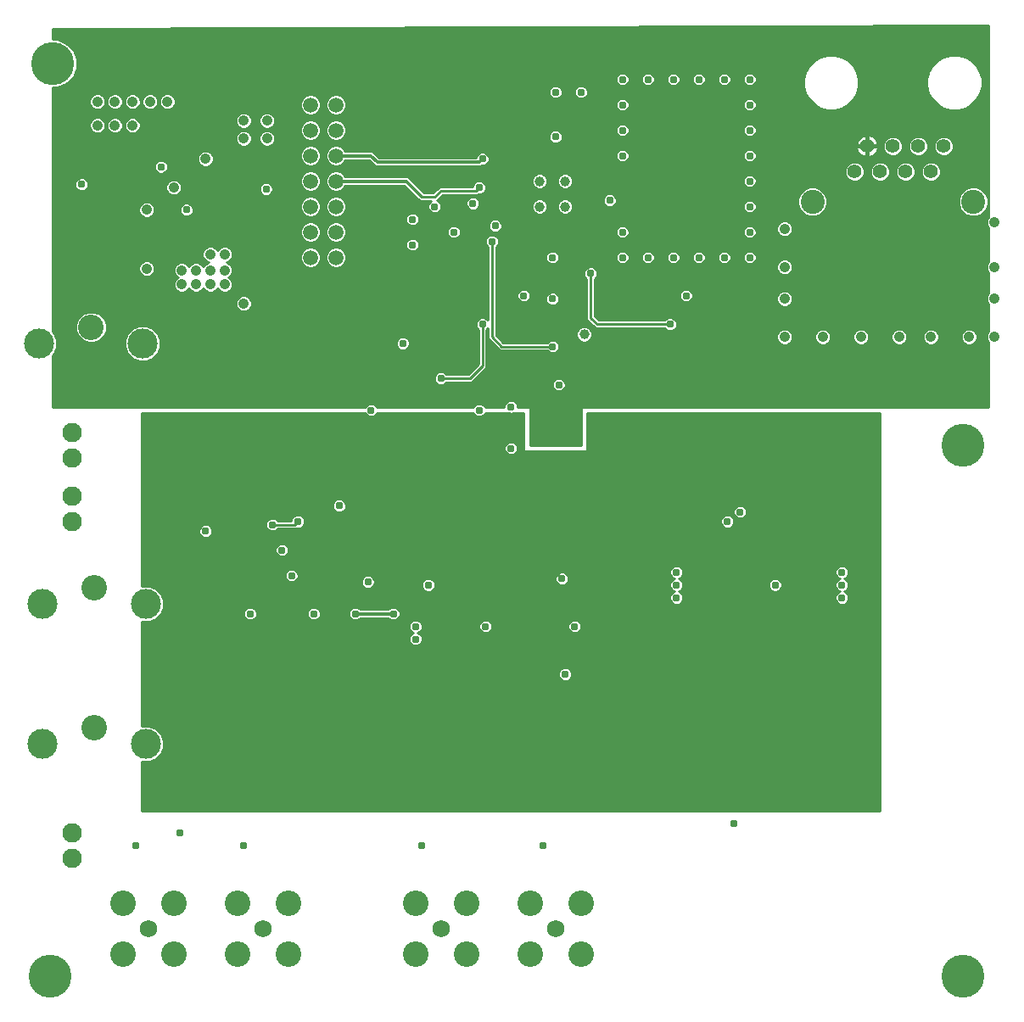
<source format=gbr>
G75*
G70*
%OFA0B0*%
%FSLAX24Y24*%
%IPPOS*%
%LPD*%
%AMOC8*
5,1,8,0,0,1.08239X$1,22.5*
%
%ADD10C,0.0590*%
%ADD11C,0.1005*%
%ADD12C,0.0690*%
%ADD13C,0.0945*%
%ADD14C,0.0554*%
%ADD15C,0.1685*%
%ADD16C,0.1004*%
%ADD17C,0.1181*%
%ADD18C,0.0768*%
%ADD19C,0.0310*%
%ADD20C,0.0120*%
%ADD21C,0.0100*%
%ADD22C,0.0396*%
%ADD23C,0.0410*%
D10*
X012107Y030107D03*
X013107Y030107D03*
X013107Y031107D03*
X013107Y032107D03*
X012107Y032107D03*
X012107Y031107D03*
X012107Y033107D03*
X012107Y034107D03*
X012107Y035107D03*
X013107Y035107D03*
X013107Y034107D03*
X013107Y033107D03*
X013107Y036107D03*
X012107Y036107D03*
D11*
X011232Y004732D03*
X011232Y002732D03*
X009232Y002732D03*
X009232Y004732D03*
X006732Y004732D03*
X006732Y002732D03*
X004732Y002732D03*
X004732Y004732D03*
X016232Y004732D03*
X018232Y004732D03*
X018232Y002732D03*
X016232Y002732D03*
X020732Y002732D03*
X020732Y004732D03*
X022732Y004732D03*
X022732Y002732D03*
D12*
X021732Y003732D03*
X017232Y003732D03*
X010232Y003732D03*
X005732Y003732D03*
D13*
X031822Y032297D03*
X038141Y032297D03*
D14*
X036482Y033482D03*
X035482Y033482D03*
X034482Y033482D03*
X033482Y033482D03*
X033982Y034482D03*
X034982Y034482D03*
X035982Y034482D03*
X036982Y034482D03*
D15*
X001857Y001857D03*
X001982Y037732D03*
X037732Y022732D03*
X037732Y001857D03*
D16*
X003607Y011612D03*
X003607Y017112D03*
X003482Y027362D03*
D17*
X005509Y026732D03*
X001454Y026732D03*
X001579Y016482D03*
X005634Y016482D03*
X005634Y010982D03*
X001579Y010982D03*
D18*
X002732Y007482D03*
X002732Y006482D03*
X002732Y019732D03*
X002732Y020732D03*
X002732Y022232D03*
X002732Y023232D03*
D19*
X007982Y019357D03*
X010607Y019607D03*
X011607Y019732D03*
X010982Y018607D03*
X011357Y017607D03*
X011857Y017357D03*
X012232Y016107D03*
X013857Y016107D03*
X014357Y017357D03*
X015357Y016107D03*
X016232Y015607D03*
X016232Y015107D03*
X016732Y017232D03*
X018982Y015607D03*
X019982Y015607D03*
X021982Y017482D03*
X022482Y015607D03*
X022107Y013732D03*
X026482Y016732D03*
X026482Y017232D03*
X026482Y017732D03*
X028482Y019732D03*
X028982Y020107D03*
X029357Y017232D03*
X030357Y017232D03*
X032982Y017232D03*
X032982Y017732D03*
X032982Y016732D03*
X028732Y007857D03*
X021232Y006982D03*
X016482Y006982D03*
X009482Y006982D03*
X006982Y007482D03*
X005232Y006982D03*
X009732Y016107D03*
X013232Y020357D03*
X014482Y024107D03*
X014982Y025482D03*
X014982Y025982D03*
X015732Y026732D03*
X017232Y025357D03*
X018732Y024107D03*
X019982Y024232D03*
X021107Y023982D03*
X021857Y025107D03*
X021607Y026607D03*
X021607Y028482D03*
X020482Y028607D03*
X021607Y030107D03*
X020482Y030357D03*
X019232Y030732D03*
X019357Y031357D03*
X018482Y032232D03*
X018732Y032857D03*
X018107Y033232D03*
X018857Y033982D03*
X020357Y034982D03*
X021732Y034857D03*
X022732Y034857D03*
X024357Y035107D03*
X024357Y034107D03*
X023857Y032982D03*
X023857Y032357D03*
X024357Y031107D03*
X024357Y030107D03*
X023857Y029482D03*
X023107Y029482D03*
X022982Y030482D03*
X025357Y030107D03*
X026357Y030107D03*
X027357Y030107D03*
X028357Y030107D03*
X029357Y030107D03*
X029357Y031107D03*
X029357Y032107D03*
X029357Y033107D03*
X029357Y034107D03*
X029357Y035107D03*
X029357Y036107D03*
X029357Y037107D03*
X028357Y037107D03*
X027357Y037107D03*
X026357Y037107D03*
X025357Y037107D03*
X024357Y037107D03*
X024357Y036107D03*
X022732Y036607D03*
X021732Y036607D03*
X016857Y032857D03*
X016982Y032107D03*
X016107Y031607D03*
X016107Y031107D03*
X016107Y030607D03*
X017732Y031107D03*
X018857Y027482D03*
X019982Y022607D03*
X024857Y027107D03*
X026232Y027482D03*
X026857Y028607D03*
X029732Y027107D03*
X016107Y035232D03*
X010357Y032794D03*
X007232Y031982D03*
X006232Y033669D03*
X003107Y032982D03*
D20*
X013107Y033107D02*
X015857Y033107D01*
X016482Y032482D01*
X014732Y033857D02*
X014482Y034107D01*
X013107Y034107D01*
X014732Y033857D02*
X018732Y033857D01*
X018857Y033982D01*
X015357Y016107D02*
X013857Y016107D01*
D21*
X014044Y016294D02*
X015170Y016294D01*
X015152Y016277D02*
X014062Y016277D01*
X014007Y016331D01*
X013910Y016372D01*
X013804Y016372D01*
X013707Y016331D01*
X013632Y016257D01*
X013592Y016160D01*
X013592Y016054D01*
X013632Y015957D01*
X013707Y015882D01*
X013804Y015842D01*
X013910Y015842D01*
X014007Y015882D01*
X014062Y015937D01*
X015152Y015937D01*
X015207Y015882D01*
X015304Y015842D01*
X015410Y015842D01*
X015507Y015882D01*
X015581Y015957D01*
X015622Y016054D01*
X015622Y016160D01*
X015581Y016257D01*
X015507Y016331D01*
X015410Y016372D01*
X015304Y016372D01*
X015207Y016331D01*
X015152Y016277D01*
X015189Y015900D02*
X014025Y015900D01*
X013689Y015900D02*
X012400Y015900D01*
X012382Y015882D02*
X012456Y015957D01*
X012497Y016054D01*
X012497Y016160D01*
X012456Y016257D01*
X012382Y016331D01*
X012285Y016372D01*
X012179Y016372D01*
X012082Y016331D01*
X012007Y016257D01*
X011967Y016160D01*
X011967Y016054D01*
X012007Y015957D01*
X012082Y015882D01*
X012179Y015842D01*
X012285Y015842D01*
X012382Y015882D01*
X012474Y015999D02*
X013615Y015999D01*
X013592Y016097D02*
X012497Y016097D01*
X012482Y016196D02*
X013607Y016196D01*
X013670Y016294D02*
X012419Y016294D01*
X012045Y016294D02*
X009919Y016294D01*
X009882Y016331D02*
X009785Y016372D01*
X009679Y016372D01*
X009582Y016331D01*
X009507Y016257D01*
X009467Y016160D01*
X009467Y016054D01*
X009507Y015957D01*
X009582Y015882D01*
X009679Y015842D01*
X009785Y015842D01*
X009882Y015882D01*
X009956Y015957D01*
X009997Y016054D01*
X009997Y016160D01*
X009956Y016257D01*
X009882Y016331D01*
X009982Y016196D02*
X011982Y016196D01*
X011967Y016097D02*
X009997Y016097D01*
X009974Y015999D02*
X011990Y015999D01*
X012064Y015900D02*
X009900Y015900D01*
X009564Y015900D02*
X006043Y015900D01*
X006031Y015888D02*
X006228Y016085D01*
X006335Y016342D01*
X006335Y016621D01*
X006228Y016879D01*
X006031Y017076D01*
X005774Y017182D01*
X005495Y017182D01*
X005482Y017177D01*
X005482Y023982D01*
X014247Y023982D01*
X014257Y023957D01*
X014332Y023882D01*
X014429Y023842D01*
X014535Y023842D01*
X014632Y023882D01*
X018582Y023882D01*
X018679Y023842D01*
X018785Y023842D01*
X018882Y023882D01*
X020482Y023882D01*
X020482Y023784D02*
X005482Y023784D01*
X005482Y023882D02*
X014332Y023882D01*
X014247Y023981D02*
X005482Y023981D01*
X005482Y023685D02*
X020482Y023685D01*
X020482Y023587D02*
X005482Y023587D01*
X005482Y023488D02*
X020482Y023488D01*
X020482Y023389D02*
X005482Y023389D01*
X005482Y023291D02*
X020482Y023291D01*
X020482Y023192D02*
X005482Y023192D01*
X005482Y023094D02*
X020482Y023094D01*
X020482Y022995D02*
X005482Y022995D01*
X005482Y022897D02*
X020482Y022897D01*
X020482Y022798D02*
X020165Y022798D01*
X020132Y022831D02*
X020035Y022872D01*
X019929Y022872D01*
X019832Y022831D01*
X019757Y022757D01*
X019717Y022660D01*
X019717Y022554D01*
X019757Y022457D01*
X019832Y022382D01*
X019929Y022342D01*
X020035Y022342D01*
X020132Y022382D01*
X020206Y022457D01*
X020247Y022554D01*
X020247Y022660D01*
X020206Y022757D01*
X020132Y022831D01*
X020230Y022700D02*
X020482Y022700D01*
X020482Y022601D02*
X020247Y022601D01*
X020225Y022503D02*
X020482Y022503D01*
X020482Y022482D02*
X022982Y022482D01*
X022982Y023982D01*
X034482Y023982D01*
X034482Y008357D01*
X005482Y008357D01*
X005482Y010287D01*
X005495Y010281D01*
X005774Y010281D01*
X006031Y010388D01*
X006228Y010585D01*
X006335Y010842D01*
X006335Y011121D01*
X006228Y011379D01*
X006031Y011576D01*
X005774Y011682D01*
X005495Y011682D01*
X005482Y011677D01*
X005482Y015787D01*
X005495Y015781D01*
X005774Y015781D01*
X006031Y015888D01*
X006142Y015999D02*
X009490Y015999D01*
X009467Y016097D02*
X006233Y016097D01*
X006274Y016196D02*
X009482Y016196D01*
X009545Y016294D02*
X006315Y016294D01*
X006335Y016393D02*
X034482Y016393D01*
X034482Y016491D02*
X033094Y016491D01*
X033132Y016507D02*
X033206Y016582D01*
X033247Y016679D01*
X033247Y016785D01*
X033206Y016882D01*
X033132Y016956D01*
X033071Y016982D01*
X033132Y017007D01*
X033206Y017082D01*
X033247Y017179D01*
X033247Y017285D01*
X033206Y017382D01*
X033132Y017456D01*
X033071Y017482D01*
X033132Y017507D01*
X033206Y017582D01*
X033247Y017679D01*
X033247Y017785D01*
X033206Y017882D01*
X033132Y017956D01*
X033035Y017997D01*
X032929Y017997D01*
X032832Y017956D01*
X032757Y017882D01*
X032717Y017785D01*
X032717Y017679D01*
X032757Y017582D01*
X032832Y017507D01*
X032893Y017482D01*
X032832Y017456D01*
X032757Y017382D01*
X032717Y017285D01*
X032717Y017179D01*
X032757Y017082D01*
X032832Y017007D01*
X032893Y016982D01*
X032832Y016956D01*
X032757Y016882D01*
X032717Y016785D01*
X032717Y016679D01*
X032757Y016582D01*
X032832Y016507D01*
X032929Y016467D01*
X033035Y016467D01*
X033132Y016507D01*
X033210Y016590D02*
X034482Y016590D01*
X034482Y016689D02*
X033247Y016689D01*
X033246Y016787D02*
X034482Y016787D01*
X034482Y016886D02*
X033203Y016886D01*
X033076Y016984D02*
X034482Y016984D01*
X034482Y017083D02*
X033207Y017083D01*
X033247Y017181D02*
X034482Y017181D01*
X034482Y017280D02*
X033247Y017280D01*
X033208Y017378D02*
X034482Y017378D01*
X034482Y017477D02*
X033082Y017477D01*
X033200Y017575D02*
X034482Y017575D01*
X034482Y017674D02*
X033245Y017674D01*
X033247Y017773D02*
X034482Y017773D01*
X034482Y017871D02*
X033211Y017871D01*
X033100Y017970D02*
X034482Y017970D01*
X034482Y018068D02*
X005482Y018068D01*
X005482Y017970D02*
X026364Y017970D01*
X026332Y017956D02*
X026257Y017882D01*
X026217Y017785D01*
X026217Y017679D01*
X026257Y017582D01*
X026332Y017507D01*
X026393Y017482D01*
X026332Y017456D01*
X026257Y017382D01*
X026217Y017285D01*
X026217Y017179D01*
X026257Y017082D01*
X026332Y017007D01*
X026393Y016982D01*
X026332Y016956D01*
X026257Y016882D01*
X026217Y016785D01*
X026217Y016679D01*
X026257Y016582D01*
X026332Y016507D01*
X026429Y016467D01*
X026535Y016467D01*
X026632Y016507D01*
X026706Y016582D01*
X026747Y016679D01*
X026747Y016785D01*
X026706Y016882D01*
X026632Y016956D01*
X026571Y016982D01*
X026632Y017007D01*
X026706Y017082D01*
X026747Y017179D01*
X026747Y017285D01*
X026706Y017382D01*
X026632Y017456D01*
X026571Y017482D01*
X026632Y017507D01*
X026706Y017582D01*
X026747Y017679D01*
X026747Y017785D01*
X026706Y017882D01*
X026632Y017956D01*
X026535Y017997D01*
X026429Y017997D01*
X026332Y017956D01*
X026253Y017871D02*
X011411Y017871D01*
X011410Y017872D02*
X011304Y017872D01*
X011207Y017831D01*
X011132Y017757D01*
X011092Y017660D01*
X011092Y017554D01*
X011132Y017457D01*
X011207Y017382D01*
X011304Y017342D01*
X011410Y017342D01*
X011507Y017382D01*
X011581Y017457D01*
X011622Y017554D01*
X011622Y017660D01*
X011581Y017757D01*
X011507Y017831D01*
X011410Y017872D01*
X011302Y017871D02*
X005482Y017871D01*
X005482Y017773D02*
X011148Y017773D01*
X011098Y017674D02*
X005482Y017674D01*
X005482Y017575D02*
X011092Y017575D01*
X011124Y017477D02*
X005482Y017477D01*
X005482Y017378D02*
X011216Y017378D01*
X011498Y017378D02*
X014092Y017378D01*
X014092Y017410D02*
X014092Y017304D01*
X014132Y017207D01*
X014207Y017132D01*
X014304Y017092D01*
X014410Y017092D01*
X014507Y017132D01*
X014581Y017207D01*
X014622Y017304D01*
X014622Y017410D01*
X014581Y017507D01*
X014507Y017581D01*
X014410Y017622D01*
X014304Y017622D01*
X014207Y017581D01*
X014132Y017507D01*
X014092Y017410D01*
X014120Y017477D02*
X011590Y017477D01*
X011622Y017575D02*
X014201Y017575D01*
X014102Y017280D02*
X005482Y017280D01*
X005482Y017181D02*
X005492Y017181D01*
X005776Y017181D02*
X014158Y017181D01*
X014556Y017181D02*
X016467Y017181D01*
X016467Y017179D02*
X016507Y017082D01*
X016582Y017007D01*
X016679Y016967D01*
X016785Y016967D01*
X016882Y017007D01*
X016956Y017082D01*
X016997Y017179D01*
X016997Y017285D01*
X016956Y017382D01*
X016882Y017456D01*
X016785Y017497D01*
X016679Y017497D01*
X016582Y017456D01*
X016507Y017382D01*
X016467Y017285D01*
X016467Y017179D01*
X016467Y017280D02*
X014612Y017280D01*
X014622Y017378D02*
X016506Y017378D01*
X016631Y017477D02*
X014594Y017477D01*
X014513Y017575D02*
X021734Y017575D01*
X021717Y017535D02*
X021717Y017429D01*
X021757Y017332D01*
X021832Y017257D01*
X021929Y017217D01*
X022035Y017217D01*
X022132Y017257D01*
X022206Y017332D01*
X022247Y017429D01*
X022247Y017535D01*
X022206Y017632D01*
X022132Y017706D01*
X022035Y017747D01*
X021929Y017747D01*
X021832Y017706D01*
X021757Y017632D01*
X021717Y017535D01*
X021717Y017477D02*
X016833Y017477D01*
X016958Y017378D02*
X021738Y017378D01*
X021809Y017280D02*
X016997Y017280D01*
X016997Y017181D02*
X026217Y017181D01*
X026217Y017280D02*
X022155Y017280D01*
X022226Y017378D02*
X026256Y017378D01*
X026381Y017477D02*
X022247Y017477D01*
X022230Y017575D02*
X026263Y017575D01*
X026219Y017674D02*
X022164Y017674D01*
X021799Y017674D02*
X011616Y017674D01*
X011566Y017773D02*
X026217Y017773D01*
X026600Y017970D02*
X032864Y017970D01*
X032753Y017871D02*
X026711Y017871D01*
X026747Y017773D02*
X032717Y017773D01*
X032719Y017674D02*
X026745Y017674D01*
X026700Y017575D02*
X032763Y017575D01*
X032881Y017477D02*
X030458Y017477D01*
X030410Y017497D02*
X030304Y017497D01*
X030207Y017456D01*
X030132Y017382D01*
X030092Y017285D01*
X030092Y017179D01*
X030132Y017082D01*
X030207Y017007D01*
X030304Y016967D01*
X030410Y016967D01*
X030507Y017007D01*
X030581Y017082D01*
X030622Y017179D01*
X030622Y017285D01*
X030581Y017382D01*
X030507Y017456D01*
X030410Y017497D01*
X030256Y017477D02*
X026582Y017477D01*
X026708Y017378D02*
X030131Y017378D01*
X030092Y017280D02*
X026747Y017280D01*
X026747Y017181D02*
X030092Y017181D01*
X030132Y017083D02*
X026707Y017083D01*
X026576Y016984D02*
X030262Y016984D01*
X030451Y016984D02*
X032887Y016984D01*
X032761Y016886D02*
X026703Y016886D01*
X026746Y016787D02*
X032718Y016787D01*
X032717Y016689D02*
X026747Y016689D01*
X026710Y016590D02*
X032754Y016590D01*
X032870Y016491D02*
X026594Y016491D01*
X026370Y016491D02*
X006335Y016491D01*
X006335Y016590D02*
X026254Y016590D01*
X026217Y016689D02*
X006307Y016689D01*
X006266Y016787D02*
X026218Y016787D01*
X026261Y016886D02*
X006221Y016886D01*
X006123Y016984D02*
X016637Y016984D01*
X016507Y017083D02*
X006014Y017083D01*
X005482Y018167D02*
X034482Y018167D01*
X034482Y018265D02*
X005482Y018265D01*
X005482Y018364D02*
X010876Y018364D01*
X010832Y018382D02*
X010929Y018342D01*
X011035Y018342D01*
X011132Y018382D01*
X011206Y018457D01*
X011247Y018554D01*
X011247Y018660D01*
X011206Y018757D01*
X011132Y018831D01*
X011035Y018872D01*
X010929Y018872D01*
X010832Y018831D01*
X010757Y018757D01*
X010717Y018660D01*
X010717Y018554D01*
X010757Y018457D01*
X010832Y018382D01*
X010755Y018462D02*
X005482Y018462D01*
X005482Y018561D02*
X010717Y018561D01*
X010717Y018659D02*
X005482Y018659D01*
X005482Y018758D02*
X010758Y018758D01*
X010892Y018856D02*
X005482Y018856D01*
X005482Y018955D02*
X034482Y018955D01*
X034482Y018856D02*
X011071Y018856D01*
X011205Y018758D02*
X034482Y018758D01*
X034482Y018659D02*
X011247Y018659D01*
X011247Y018561D02*
X034482Y018561D01*
X034482Y018462D02*
X011209Y018462D01*
X011088Y018364D02*
X034482Y018364D01*
X034482Y019054D02*
X005482Y019054D01*
X005482Y019152D02*
X007812Y019152D01*
X007832Y019132D02*
X007929Y019092D01*
X008035Y019092D01*
X008132Y019132D01*
X008206Y019207D01*
X008247Y019304D01*
X008247Y019410D01*
X008206Y019507D01*
X008132Y019581D01*
X008035Y019622D01*
X007929Y019622D01*
X007832Y019581D01*
X007757Y019507D01*
X007717Y019410D01*
X007717Y019304D01*
X007757Y019207D01*
X007832Y019132D01*
X007739Y019251D02*
X005482Y019251D01*
X005482Y019349D02*
X007717Y019349D01*
X007733Y019448D02*
X005482Y019448D01*
X005482Y019546D02*
X007797Y019546D01*
X008167Y019546D02*
X010345Y019546D01*
X010342Y019554D02*
X010382Y019457D01*
X010457Y019382D01*
X010554Y019342D01*
X010660Y019342D01*
X010757Y019382D01*
X010822Y019447D01*
X011416Y019447D01*
X011548Y019447D01*
X011568Y019467D01*
X011660Y019467D01*
X011757Y019507D01*
X011831Y019582D01*
X011872Y019679D01*
X011872Y019785D01*
X011831Y019882D01*
X011757Y019956D01*
X011660Y019997D01*
X011554Y019997D01*
X011457Y019956D01*
X011382Y019882D01*
X011342Y019785D01*
X011342Y019767D01*
X010822Y019767D01*
X010757Y019831D01*
X010660Y019872D01*
X010554Y019872D01*
X010457Y019831D01*
X010382Y019757D01*
X010342Y019660D01*
X010342Y019554D01*
X010342Y019645D02*
X005482Y019645D01*
X005482Y019743D02*
X010377Y019743D01*
X010482Y019842D02*
X005482Y019842D01*
X005482Y019940D02*
X011441Y019940D01*
X011366Y019842D02*
X010732Y019842D01*
X010607Y019607D02*
X011482Y019607D01*
X011607Y019732D01*
X011848Y019842D02*
X028241Y019842D01*
X028257Y019882D02*
X028217Y019785D01*
X028217Y019679D01*
X028257Y019582D01*
X028332Y019507D01*
X028429Y019467D01*
X028535Y019467D01*
X028632Y019507D01*
X028706Y019582D01*
X028747Y019679D01*
X028747Y019785D01*
X028706Y019882D01*
X028632Y019956D01*
X028535Y019997D01*
X028429Y019997D01*
X028332Y019956D01*
X028257Y019882D01*
X028316Y019940D02*
X011773Y019940D01*
X011872Y019743D02*
X028217Y019743D01*
X028231Y019645D02*
X011858Y019645D01*
X011796Y019546D02*
X028293Y019546D01*
X028671Y019546D02*
X034482Y019546D01*
X034482Y019448D02*
X011549Y019448D01*
X010677Y019349D02*
X034482Y019349D01*
X034482Y019251D02*
X008225Y019251D01*
X008247Y019349D02*
X010536Y019349D01*
X010391Y019448D02*
X008231Y019448D01*
X008152Y019152D02*
X034482Y019152D01*
X034482Y019645D02*
X028733Y019645D01*
X028747Y019743D02*
X034482Y019743D01*
X034482Y019842D02*
X029035Y019842D01*
X029132Y019882D01*
X029206Y019957D01*
X029247Y020054D01*
X029247Y020160D01*
X029206Y020257D01*
X029132Y020331D01*
X029035Y020372D01*
X028929Y020372D01*
X028832Y020331D01*
X028757Y020257D01*
X028717Y020160D01*
X028717Y020054D01*
X028757Y019957D01*
X028832Y019882D01*
X028929Y019842D01*
X029035Y019842D01*
X028929Y019842D02*
X028723Y019842D01*
X028773Y019940D02*
X028648Y019940D01*
X028723Y020039D02*
X005482Y020039D01*
X005482Y020138D02*
X013076Y020138D01*
X013082Y020132D02*
X013179Y020092D01*
X013285Y020092D01*
X013382Y020132D01*
X013456Y020207D01*
X013497Y020304D01*
X013497Y020410D01*
X013456Y020507D01*
X013382Y020581D01*
X013285Y020622D01*
X013179Y020622D01*
X013082Y020581D01*
X013007Y020507D01*
X012967Y020410D01*
X012967Y020304D01*
X013007Y020207D01*
X013082Y020132D01*
X012995Y020236D02*
X005482Y020236D01*
X005482Y020335D02*
X012967Y020335D01*
X012977Y020433D02*
X005482Y020433D01*
X005482Y020532D02*
X013032Y020532D01*
X013432Y020532D02*
X034482Y020532D01*
X034482Y020630D02*
X005482Y020630D01*
X005482Y020729D02*
X034482Y020729D01*
X034482Y020827D02*
X005482Y020827D01*
X005482Y020926D02*
X034482Y020926D01*
X034482Y021024D02*
X005482Y021024D01*
X005482Y021123D02*
X034482Y021123D01*
X034482Y021222D02*
X005482Y021222D01*
X005482Y021320D02*
X034482Y021320D01*
X034482Y021419D02*
X005482Y021419D01*
X005482Y021517D02*
X034482Y021517D01*
X034482Y021616D02*
X005482Y021616D01*
X005482Y021714D02*
X034482Y021714D01*
X034482Y021813D02*
X005482Y021813D01*
X005482Y021911D02*
X034482Y021911D01*
X034482Y022010D02*
X005482Y022010D01*
X005482Y022108D02*
X034482Y022108D01*
X034482Y022207D02*
X005482Y022207D01*
X005482Y022306D02*
X034482Y022306D01*
X034482Y022404D02*
X020154Y022404D01*
X020482Y022482D02*
X020482Y023982D01*
X020071Y023982D01*
X020035Y023967D01*
X019929Y023967D01*
X019893Y023982D01*
X018967Y023982D01*
X018956Y023957D01*
X018882Y023882D01*
X018966Y023981D02*
X019895Y023981D01*
X020068Y023981D02*
X020482Y023981D01*
X020732Y023981D02*
X022732Y023981D01*
X022732Y024079D02*
X020732Y024079D01*
X020732Y024178D02*
X022732Y024178D01*
X022732Y024232D02*
X022732Y022732D01*
X020732Y022732D01*
X020732Y024232D01*
X020247Y024232D01*
X020247Y024285D01*
X020206Y024382D01*
X020132Y024456D01*
X020035Y024497D01*
X019929Y024497D01*
X019832Y024456D01*
X019757Y024382D01*
X019717Y024285D01*
X019717Y024232D01*
X018967Y024232D01*
X018956Y024257D01*
X018882Y024331D01*
X018785Y024372D01*
X018679Y024372D01*
X018582Y024331D01*
X018507Y024257D01*
X018497Y024232D01*
X014717Y024232D01*
X014706Y024257D01*
X014632Y024331D01*
X014535Y024372D01*
X014429Y024372D01*
X014332Y024331D01*
X014257Y024257D01*
X014247Y024232D01*
X001982Y024232D01*
X001982Y026269D01*
X002048Y026335D01*
X002155Y026592D01*
X002155Y026871D01*
X002048Y027129D01*
X001982Y027195D01*
X001982Y036779D01*
X002171Y036779D01*
X002521Y036924D01*
X002789Y037192D01*
X002934Y037542D01*
X002934Y037921D01*
X002789Y038271D01*
X002521Y038539D01*
X002171Y038684D01*
X001982Y038684D01*
X001982Y039107D01*
X038732Y039232D01*
X038732Y031677D01*
X038715Y031660D01*
X038667Y031544D01*
X038667Y031419D01*
X038715Y031303D01*
X038732Y031286D01*
X038732Y029927D01*
X038715Y029910D01*
X038667Y029794D01*
X038667Y029669D01*
X038715Y029553D01*
X038732Y029536D01*
X038732Y028677D01*
X038715Y028660D01*
X038667Y028544D01*
X038667Y028419D01*
X038715Y028303D01*
X038732Y028286D01*
X038732Y027177D01*
X038715Y027160D01*
X038667Y027044D01*
X038667Y026919D01*
X038715Y026803D01*
X038732Y026786D01*
X038732Y024232D01*
X022732Y024232D01*
X022732Y023882D02*
X020732Y023882D01*
X020732Y023784D02*
X022732Y023784D01*
X022732Y023685D02*
X020732Y023685D01*
X020732Y023587D02*
X022732Y023587D01*
X022732Y023488D02*
X020732Y023488D01*
X020732Y023389D02*
X022732Y023389D01*
X022732Y023291D02*
X020732Y023291D01*
X020732Y023192D02*
X022732Y023192D01*
X022732Y023094D02*
X020732Y023094D01*
X020732Y022995D02*
X022732Y022995D01*
X022732Y022897D02*
X020732Y022897D01*
X020732Y022798D02*
X022732Y022798D01*
X022982Y022798D02*
X034482Y022798D01*
X034482Y022700D02*
X022982Y022700D01*
X022982Y022601D02*
X034482Y022601D01*
X034482Y022503D02*
X022982Y022503D01*
X022982Y022897D02*
X034482Y022897D01*
X034482Y022995D02*
X022982Y022995D01*
X022982Y023094D02*
X034482Y023094D01*
X034482Y023192D02*
X022982Y023192D01*
X022982Y023291D02*
X034482Y023291D01*
X034482Y023389D02*
X022982Y023389D01*
X022982Y023488D02*
X034482Y023488D01*
X034482Y023587D02*
X022982Y023587D01*
X022982Y023685D02*
X034482Y023685D01*
X034482Y023784D02*
X022982Y023784D01*
X022982Y023882D02*
X034482Y023882D01*
X034482Y023981D02*
X022982Y023981D01*
X022007Y024882D02*
X022081Y024957D01*
X022122Y025054D01*
X022122Y025160D01*
X022081Y025257D01*
X022007Y025331D01*
X021910Y025372D01*
X021804Y025372D01*
X021707Y025331D01*
X021632Y025257D01*
X021592Y025160D01*
X021592Y025054D01*
X021632Y024957D01*
X021707Y024882D01*
X021804Y024842D01*
X021910Y024842D01*
X022007Y024882D01*
X021972Y024868D02*
X038732Y024868D01*
X038732Y024966D02*
X022085Y024966D01*
X022122Y025065D02*
X038732Y025065D01*
X038732Y025163D02*
X022120Y025163D01*
X022076Y025262D02*
X038732Y025262D01*
X038732Y025360D02*
X021937Y025360D01*
X021777Y025360D02*
X018587Y025360D01*
X018685Y025459D02*
X038732Y025459D01*
X038732Y025557D02*
X018784Y025557D01*
X018882Y025656D02*
X038732Y025656D01*
X038732Y025755D02*
X018981Y025755D01*
X019017Y025791D02*
X019017Y027267D01*
X019072Y027322D01*
X019072Y026916D01*
X019166Y026822D01*
X019447Y026541D01*
X019541Y026447D01*
X021392Y026447D01*
X021457Y026382D01*
X021554Y026342D01*
X021660Y026342D01*
X021757Y026382D01*
X021831Y026457D01*
X021872Y026554D01*
X021872Y026660D01*
X021831Y026757D01*
X021757Y026831D01*
X021660Y026872D01*
X021554Y026872D01*
X021457Y026831D01*
X021392Y026767D01*
X019673Y026767D01*
X019392Y027048D01*
X019392Y030517D01*
X019456Y030582D01*
X019497Y030679D01*
X019497Y030785D01*
X019456Y030882D01*
X019382Y030956D01*
X019285Y030997D01*
X019179Y030997D01*
X019082Y030956D01*
X019007Y030882D01*
X018967Y030785D01*
X018967Y030679D01*
X019007Y030582D01*
X019072Y030517D01*
X019072Y027641D01*
X019007Y027706D01*
X018910Y027747D01*
X018804Y027747D01*
X018707Y027706D01*
X018632Y027632D01*
X018592Y027535D01*
X018592Y027429D01*
X018632Y027332D01*
X018697Y027267D01*
X018697Y025923D01*
X018291Y025517D01*
X017447Y025517D01*
X017382Y025581D01*
X017285Y025622D01*
X017179Y025622D01*
X017082Y025581D01*
X017007Y025507D01*
X016967Y025410D01*
X016967Y025304D01*
X017007Y025207D01*
X017082Y025132D01*
X017179Y025092D01*
X017285Y025092D01*
X017382Y025132D01*
X017447Y025197D01*
X018291Y025197D01*
X018423Y025197D01*
X018923Y025697D01*
X019017Y025791D01*
X019017Y025853D02*
X038732Y025853D01*
X038732Y025952D02*
X019017Y025952D01*
X019017Y026050D02*
X038732Y026050D01*
X038732Y026149D02*
X019017Y026149D01*
X019017Y026247D02*
X038732Y026247D01*
X038732Y026346D02*
X021669Y026346D01*
X021544Y026346D02*
X019017Y026346D01*
X019017Y026444D02*
X021395Y026444D01*
X021607Y026607D02*
X019607Y026607D01*
X019232Y026982D01*
X019232Y030732D01*
X019331Y030977D02*
X024124Y030977D01*
X024132Y030957D02*
X024207Y030882D01*
X024304Y030842D01*
X024410Y030842D01*
X024507Y030882D01*
X024581Y030957D01*
X024622Y031054D01*
X024622Y031160D01*
X024581Y031257D01*
X024507Y031331D01*
X024410Y031372D01*
X024410Y031371D02*
X029303Y031371D01*
X029304Y031372D02*
X029207Y031331D01*
X029132Y031257D01*
X029092Y031160D01*
X029092Y031054D01*
X029132Y030957D01*
X029207Y030882D01*
X029304Y030842D01*
X029410Y030842D01*
X029507Y030882D01*
X029581Y030957D01*
X029622Y031054D01*
X029622Y031160D01*
X029581Y031257D01*
X029507Y031331D01*
X029410Y031372D01*
X029410Y031371D02*
X030449Y031371D01*
X030465Y031410D02*
X030417Y031294D01*
X030417Y031169D01*
X030465Y031053D01*
X030553Y030965D01*
X030669Y030917D01*
X030794Y030917D01*
X030910Y030965D01*
X030999Y031053D01*
X031047Y031169D01*
X031047Y031294D01*
X030999Y031410D01*
X030910Y031499D01*
X030794Y031547D01*
X030669Y031547D01*
X030553Y031499D01*
X030465Y031410D01*
X030525Y031470D02*
X019597Y031470D01*
X019581Y031507D02*
X019507Y031581D01*
X019410Y031622D01*
X019304Y031622D01*
X019207Y031581D01*
X019132Y031507D01*
X019092Y031410D01*
X019092Y031304D01*
X019132Y031207D01*
X019207Y031132D01*
X019304Y031092D01*
X019410Y031092D01*
X019507Y031132D01*
X019581Y031207D01*
X019622Y031304D01*
X019622Y031410D01*
X019581Y031507D01*
X019520Y031569D02*
X038677Y031569D01*
X038667Y031470D02*
X030939Y031470D01*
X031015Y031371D02*
X038687Y031371D01*
X038732Y031273D02*
X031047Y031273D01*
X031047Y031174D02*
X038732Y031174D01*
X038732Y031076D02*
X031008Y031076D01*
X030923Y030977D02*
X038732Y030977D01*
X038732Y030879D02*
X029499Y030879D01*
X029590Y030977D02*
X030541Y030977D01*
X030455Y031076D02*
X029622Y031076D01*
X029616Y031174D02*
X030417Y031174D01*
X030417Y031273D02*
X029565Y031273D01*
X029410Y031372D02*
X029304Y031372D01*
X029148Y031273D02*
X024565Y031273D01*
X024616Y031174D02*
X029098Y031174D01*
X029092Y031076D02*
X024622Y031076D01*
X024590Y030977D02*
X029124Y030977D01*
X029215Y030879D02*
X024499Y030879D01*
X024215Y030879D02*
X019458Y030879D01*
X019497Y030780D02*
X038732Y030780D01*
X038732Y030682D02*
X019497Y030682D01*
X019457Y030583D02*
X038732Y030583D01*
X038732Y030485D02*
X019392Y030485D01*
X019392Y030386D02*
X038732Y030386D01*
X038732Y030288D02*
X029551Y030288D01*
X029581Y030257D02*
X029507Y030331D01*
X029410Y030372D01*
X029304Y030372D01*
X029207Y030331D01*
X029132Y030257D01*
X029092Y030160D01*
X029092Y030054D01*
X029132Y029957D01*
X029207Y029882D01*
X029304Y029842D01*
X029410Y029842D01*
X029507Y029882D01*
X029581Y029957D01*
X029622Y030054D01*
X029622Y030160D01*
X029581Y030257D01*
X029610Y030189D02*
X038732Y030189D01*
X038732Y030090D02*
X029622Y030090D01*
X029596Y029992D02*
X030546Y029992D01*
X030553Y029999D02*
X030465Y029910D01*
X030417Y029794D01*
X030417Y029669D01*
X030465Y029553D01*
X030553Y029465D01*
X030669Y029417D01*
X030794Y029417D01*
X030910Y029465D01*
X030999Y029553D01*
X031047Y029669D01*
X031047Y029794D01*
X030999Y029910D01*
X030910Y029999D01*
X030794Y030047D01*
X030669Y030047D01*
X030553Y029999D01*
X030458Y029893D02*
X029518Y029893D01*
X029196Y029893D02*
X028518Y029893D01*
X028507Y029882D02*
X028581Y029957D01*
X028622Y030054D01*
X028622Y030160D01*
X028581Y030257D01*
X028507Y030331D01*
X028410Y030372D01*
X028304Y030372D01*
X028207Y030331D01*
X028132Y030257D01*
X028092Y030160D01*
X028092Y030054D01*
X028132Y029957D01*
X028207Y029882D01*
X028304Y029842D01*
X028410Y029842D01*
X028507Y029882D01*
X028596Y029992D02*
X029118Y029992D01*
X029092Y030090D02*
X028622Y030090D01*
X028610Y030189D02*
X029104Y030189D01*
X029163Y030288D02*
X028551Y030288D01*
X028163Y030288D02*
X027551Y030288D01*
X027581Y030257D02*
X027507Y030331D01*
X027410Y030372D01*
X027304Y030372D01*
X027207Y030331D01*
X027132Y030257D01*
X027092Y030160D01*
X027092Y030054D01*
X027132Y029957D01*
X027207Y029882D01*
X027304Y029842D01*
X027410Y029842D01*
X027507Y029882D01*
X027581Y029957D01*
X027622Y030054D01*
X027622Y030160D01*
X027581Y030257D01*
X027610Y030189D02*
X028104Y030189D01*
X028092Y030090D02*
X027622Y030090D01*
X027596Y029992D02*
X028118Y029992D01*
X028196Y029893D02*
X027518Y029893D01*
X027196Y029893D02*
X026518Y029893D01*
X026507Y029882D02*
X026581Y029957D01*
X026622Y030054D01*
X026622Y030160D01*
X026581Y030257D01*
X026507Y030331D01*
X026410Y030372D01*
X026304Y030372D01*
X026207Y030331D01*
X026132Y030257D01*
X026092Y030160D01*
X026092Y030054D01*
X026132Y029957D01*
X026207Y029882D01*
X026304Y029842D01*
X026410Y029842D01*
X026507Y029882D01*
X026596Y029992D02*
X027118Y029992D01*
X027092Y030090D02*
X026622Y030090D01*
X026610Y030189D02*
X027104Y030189D01*
X027163Y030288D02*
X026551Y030288D01*
X026163Y030288D02*
X025551Y030288D01*
X025581Y030257D02*
X025507Y030331D01*
X025410Y030372D01*
X025304Y030372D01*
X025207Y030331D01*
X025132Y030257D01*
X025092Y030160D01*
X025092Y030054D01*
X025132Y029957D01*
X025207Y029882D01*
X025304Y029842D01*
X025410Y029842D01*
X025507Y029882D01*
X025581Y029957D01*
X025622Y030054D01*
X025622Y030160D01*
X025581Y030257D01*
X025610Y030189D02*
X026104Y030189D01*
X026092Y030090D02*
X025622Y030090D01*
X025596Y029992D02*
X026118Y029992D01*
X026196Y029893D02*
X025518Y029893D01*
X025196Y029893D02*
X024518Y029893D01*
X024507Y029882D02*
X024581Y029957D01*
X024622Y030054D01*
X024622Y030160D01*
X024581Y030257D01*
X024507Y030331D01*
X024410Y030372D01*
X024304Y030372D01*
X024207Y030331D01*
X024132Y030257D01*
X024092Y030160D01*
X024092Y030054D01*
X024132Y029957D01*
X024207Y029882D01*
X024304Y029842D01*
X024410Y029842D01*
X024507Y029882D01*
X024596Y029992D02*
X025118Y029992D01*
X025092Y030090D02*
X024622Y030090D01*
X024610Y030189D02*
X025104Y030189D01*
X025163Y030288D02*
X024551Y030288D01*
X024163Y030288D02*
X021801Y030288D01*
X021831Y030257D02*
X021757Y030331D01*
X021660Y030372D01*
X021554Y030372D01*
X021457Y030331D01*
X021382Y030257D01*
X021342Y030160D01*
X021342Y030054D01*
X021382Y029957D01*
X021457Y029882D01*
X021554Y029842D01*
X021660Y029842D01*
X021757Y029882D01*
X021831Y029957D01*
X021872Y030054D01*
X021872Y030160D01*
X021831Y030257D01*
X021860Y030189D02*
X024104Y030189D01*
X024092Y030090D02*
X021872Y030090D01*
X021846Y029992D02*
X024118Y029992D01*
X024196Y029893D02*
X021768Y029893D01*
X021446Y029893D02*
X019392Y029893D01*
X019392Y029795D02*
X030417Y029795D01*
X030417Y029696D02*
X023267Y029696D01*
X023257Y029706D02*
X023160Y029747D01*
X023054Y029747D01*
X022957Y029706D01*
X022882Y029632D01*
X022842Y029535D01*
X022842Y029429D01*
X022882Y029332D01*
X022947Y029267D01*
X022947Y027798D01*
X022947Y027666D01*
X023197Y027416D01*
X023291Y027322D01*
X026017Y027322D01*
X026082Y027257D01*
X026179Y027217D01*
X026285Y027217D01*
X026382Y027257D01*
X026456Y027332D01*
X026497Y027429D01*
X026497Y027535D01*
X026456Y027632D01*
X026382Y027706D01*
X026285Y027747D01*
X026179Y027747D01*
X026082Y027706D01*
X026017Y027642D01*
X023423Y027642D01*
X023267Y027798D01*
X023267Y029267D01*
X023331Y029332D01*
X023372Y029429D01*
X023372Y029535D01*
X023331Y029632D01*
X023257Y029706D01*
X023346Y029598D02*
X030446Y029598D01*
X030519Y029499D02*
X023372Y029499D01*
X023360Y029401D02*
X038732Y029401D01*
X038732Y029499D02*
X030945Y029499D01*
X031017Y029598D02*
X038696Y029598D01*
X038667Y029696D02*
X031047Y029696D01*
X031047Y029795D02*
X038667Y029795D01*
X038708Y029893D02*
X031006Y029893D01*
X030917Y029992D02*
X038732Y029992D01*
X038732Y029302D02*
X023302Y029302D01*
X023267Y029204D02*
X038732Y029204D01*
X038732Y029105D02*
X023267Y029105D01*
X023267Y029006D02*
X038732Y029006D01*
X038732Y028908D02*
X023267Y028908D01*
X023267Y028809D02*
X026685Y028809D01*
X026707Y028831D02*
X026632Y028757D01*
X026592Y028660D01*
X026592Y028554D01*
X026632Y028457D01*
X026707Y028382D01*
X026804Y028342D01*
X026910Y028342D01*
X027007Y028382D01*
X027081Y028457D01*
X027122Y028554D01*
X027122Y028660D01*
X027081Y028757D01*
X027007Y028831D01*
X026910Y028872D01*
X026804Y028872D01*
X026707Y028831D01*
X026613Y028711D02*
X023267Y028711D01*
X023267Y028612D02*
X026592Y028612D01*
X026609Y028514D02*
X023267Y028514D01*
X023267Y028415D02*
X026674Y028415D01*
X027040Y028415D02*
X030418Y028415D01*
X030417Y028419D02*
X030465Y028303D01*
X030553Y028215D01*
X030669Y028167D01*
X030794Y028167D01*
X030910Y028215D01*
X030999Y028303D01*
X031047Y028419D01*
X031047Y028544D01*
X030999Y028660D01*
X030910Y028749D01*
X030794Y028797D01*
X030669Y028797D01*
X030553Y028749D01*
X030465Y028660D01*
X030417Y028544D01*
X030417Y028419D01*
X030417Y028514D02*
X027105Y028514D01*
X027122Y028612D02*
X030445Y028612D01*
X030515Y028711D02*
X027101Y028711D01*
X027029Y028809D02*
X038732Y028809D01*
X038732Y028711D02*
X030948Y028711D01*
X031019Y028612D02*
X038695Y028612D01*
X038667Y028514D02*
X031047Y028514D01*
X031045Y028415D02*
X038668Y028415D01*
X038709Y028317D02*
X031004Y028317D01*
X030914Y028218D02*
X038732Y028218D01*
X038732Y028120D02*
X023267Y028120D01*
X023267Y028218D02*
X030550Y028218D01*
X030459Y028317D02*
X023267Y028317D01*
X023267Y028021D02*
X038732Y028021D01*
X038732Y027922D02*
X023267Y027922D01*
X023267Y027824D02*
X038732Y027824D01*
X038732Y027725D02*
X026336Y027725D01*
X026459Y027627D02*
X038732Y027627D01*
X038732Y027528D02*
X026497Y027528D01*
X026497Y027430D02*
X038732Y027430D01*
X038732Y027331D02*
X026456Y027331D01*
X026323Y027233D02*
X030537Y027233D01*
X030553Y027249D02*
X030465Y027160D01*
X030417Y027044D01*
X030417Y026919D01*
X030465Y026803D01*
X030553Y026715D01*
X030669Y026667D01*
X030794Y026667D01*
X030910Y026715D01*
X030999Y026803D01*
X031047Y026919D01*
X031047Y027044D01*
X030999Y027160D01*
X030910Y027249D01*
X030794Y027297D01*
X030669Y027297D01*
X030553Y027249D01*
X030454Y027134D02*
X023165Y027134D01*
X023165Y027143D02*
X023118Y027256D01*
X023031Y027343D01*
X022918Y027390D01*
X022796Y027390D01*
X022682Y027343D01*
X022596Y027256D01*
X022549Y027143D01*
X022549Y027021D01*
X022596Y026907D01*
X022682Y026821D01*
X022796Y026774D01*
X022918Y026774D01*
X023031Y026821D01*
X023118Y026907D01*
X023165Y027021D01*
X023165Y027143D01*
X023128Y027233D02*
X026141Y027233D01*
X026232Y027482D02*
X023357Y027482D01*
X023107Y027732D01*
X023107Y029482D01*
X022912Y029302D02*
X019392Y029302D01*
X019392Y029204D02*
X022947Y029204D01*
X022947Y029105D02*
X019392Y029105D01*
X019392Y029006D02*
X022947Y029006D01*
X022947Y028908D02*
X019392Y028908D01*
X019392Y028809D02*
X020310Y028809D01*
X020332Y028831D02*
X020257Y028757D01*
X020217Y028660D01*
X020217Y028554D01*
X020257Y028457D01*
X020332Y028382D01*
X020429Y028342D01*
X020535Y028342D01*
X020632Y028382D01*
X020706Y028457D01*
X020747Y028554D01*
X020747Y028660D01*
X020706Y028757D01*
X020632Y028831D01*
X020535Y028872D01*
X020429Y028872D01*
X020332Y028831D01*
X020238Y028711D02*
X019392Y028711D01*
X019392Y028612D02*
X020217Y028612D01*
X020234Y028514D02*
X019392Y028514D01*
X019392Y028415D02*
X020299Y028415D01*
X020665Y028415D02*
X021348Y028415D01*
X021342Y028429D02*
X021382Y028332D01*
X021457Y028257D01*
X021554Y028217D01*
X021660Y028217D01*
X021757Y028257D01*
X021831Y028332D01*
X021872Y028429D01*
X021872Y028535D01*
X021831Y028632D01*
X021757Y028706D01*
X021660Y028747D01*
X021554Y028747D01*
X021457Y028706D01*
X021382Y028632D01*
X021342Y028535D01*
X021342Y028429D01*
X021342Y028514D02*
X020730Y028514D01*
X020747Y028612D02*
X021374Y028612D01*
X021467Y028711D02*
X020726Y028711D01*
X020654Y028809D02*
X022947Y028809D01*
X022947Y028711D02*
X021746Y028711D01*
X021840Y028612D02*
X022947Y028612D01*
X022947Y028514D02*
X021872Y028514D01*
X021866Y028415D02*
X022947Y028415D01*
X022947Y028317D02*
X021816Y028317D01*
X021663Y028218D02*
X022947Y028218D01*
X022947Y028120D02*
X019392Y028120D01*
X019392Y028218D02*
X021551Y028218D01*
X021397Y028317D02*
X019392Y028317D01*
X019392Y028021D02*
X022947Y028021D01*
X022947Y027922D02*
X019392Y027922D01*
X019392Y027824D02*
X022947Y027824D01*
X022947Y027725D02*
X019392Y027725D01*
X019392Y027627D02*
X022985Y027627D01*
X023084Y027528D02*
X019392Y027528D01*
X019392Y027430D02*
X023183Y027430D01*
X023281Y027331D02*
X023043Y027331D01*
X023165Y027036D02*
X030417Y027036D01*
X030417Y026937D02*
X023130Y026937D01*
X023049Y026839D02*
X030450Y026839D01*
X030528Y026740D02*
X021838Y026740D01*
X021872Y026641D02*
X038732Y026641D01*
X038732Y026543D02*
X021867Y026543D01*
X021819Y026444D02*
X038732Y026444D01*
X038732Y026740D02*
X038185Y026740D01*
X038160Y026715D02*
X038249Y026803D01*
X038297Y026919D01*
X038297Y027044D01*
X038249Y027160D01*
X038160Y027249D01*
X038044Y027297D01*
X037919Y027297D01*
X037803Y027249D01*
X037715Y027160D01*
X037667Y027044D01*
X037667Y026919D01*
X037715Y026803D01*
X037803Y026715D01*
X037919Y026667D01*
X038044Y026667D01*
X038160Y026715D01*
X038263Y026839D02*
X038700Y026839D01*
X038667Y026937D02*
X038297Y026937D01*
X038297Y027036D02*
X038667Y027036D01*
X038704Y027134D02*
X038260Y027134D01*
X038176Y027233D02*
X038732Y027233D01*
X037787Y027233D02*
X036676Y027233D01*
X036660Y027249D02*
X036544Y027297D01*
X036419Y027297D01*
X036303Y027249D01*
X036215Y027160D01*
X036167Y027044D01*
X036167Y026919D01*
X036215Y026803D01*
X036303Y026715D01*
X036419Y026667D01*
X036544Y026667D01*
X036660Y026715D01*
X036749Y026803D01*
X036797Y026919D01*
X036797Y027044D01*
X036749Y027160D01*
X036660Y027249D01*
X036760Y027134D02*
X037704Y027134D01*
X037667Y027036D02*
X036797Y027036D01*
X036797Y026937D02*
X037667Y026937D01*
X037700Y026839D02*
X036763Y026839D01*
X036685Y026740D02*
X037778Y026740D01*
X036278Y026740D02*
X035435Y026740D01*
X035410Y026715D02*
X035499Y026803D01*
X035547Y026919D01*
X035547Y027044D01*
X035499Y027160D01*
X035410Y027249D01*
X035294Y027297D01*
X035169Y027297D01*
X035053Y027249D01*
X034965Y027160D01*
X034917Y027044D01*
X034917Y026919D01*
X034965Y026803D01*
X035053Y026715D01*
X035169Y026667D01*
X035294Y026667D01*
X035410Y026715D01*
X035513Y026839D02*
X036200Y026839D01*
X036167Y026937D02*
X035547Y026937D01*
X035547Y027036D02*
X036167Y027036D01*
X036204Y027134D02*
X035510Y027134D01*
X035426Y027233D02*
X036287Y027233D01*
X035037Y027233D02*
X033926Y027233D01*
X033910Y027249D02*
X033794Y027297D01*
X033669Y027297D01*
X033553Y027249D01*
X033465Y027160D01*
X033417Y027044D01*
X033417Y026919D01*
X033465Y026803D01*
X033553Y026715D01*
X033669Y026667D01*
X033794Y026667D01*
X033910Y026715D01*
X033999Y026803D01*
X034047Y026919D01*
X034047Y027044D01*
X033999Y027160D01*
X033910Y027249D01*
X034010Y027134D02*
X034954Y027134D01*
X034917Y027036D02*
X034047Y027036D01*
X034047Y026937D02*
X034917Y026937D01*
X034950Y026839D02*
X034013Y026839D01*
X033935Y026740D02*
X035028Y026740D01*
X033528Y026740D02*
X032435Y026740D01*
X032410Y026715D02*
X032499Y026803D01*
X032547Y026919D01*
X032547Y027044D01*
X032499Y027160D01*
X032410Y027249D01*
X032294Y027297D01*
X032169Y027297D01*
X032053Y027249D01*
X031965Y027160D01*
X031917Y027044D01*
X031917Y026919D01*
X031965Y026803D01*
X032053Y026715D01*
X032169Y026667D01*
X032294Y026667D01*
X032410Y026715D01*
X032513Y026839D02*
X033450Y026839D01*
X033417Y026937D02*
X032547Y026937D01*
X032547Y027036D02*
X033417Y027036D01*
X033454Y027134D02*
X032510Y027134D01*
X032426Y027233D02*
X033537Y027233D01*
X032037Y027233D02*
X030926Y027233D01*
X031010Y027134D02*
X031954Y027134D01*
X031917Y027036D02*
X031047Y027036D01*
X031047Y026937D02*
X031917Y026937D01*
X031950Y026839D02*
X031013Y026839D01*
X030935Y026740D02*
X032028Y026740D01*
X031938Y031714D02*
X031706Y031714D01*
X031492Y031803D01*
X031329Y031967D01*
X031240Y032181D01*
X031240Y032413D01*
X031329Y032627D01*
X031492Y032791D01*
X031706Y032879D01*
X031938Y032879D01*
X032152Y032791D01*
X032316Y032627D01*
X032405Y032413D01*
X032405Y032181D01*
X032316Y031967D01*
X032152Y031803D01*
X031938Y031714D01*
X032062Y031766D02*
X037901Y031766D01*
X037811Y031803D02*
X038025Y031714D01*
X038257Y031714D01*
X038471Y031803D01*
X038635Y031967D01*
X038724Y032181D01*
X038724Y032413D01*
X038635Y032627D01*
X038471Y032791D01*
X038257Y032879D01*
X038025Y032879D01*
X037811Y032791D01*
X037647Y032627D01*
X037559Y032413D01*
X037559Y032181D01*
X037647Y031967D01*
X037811Y031803D01*
X037750Y031864D02*
X032214Y031864D01*
X032312Y031963D02*
X037652Y031963D01*
X037608Y032061D02*
X032355Y032061D01*
X032396Y032160D02*
X037568Y032160D01*
X037559Y032258D02*
X032405Y032258D01*
X032405Y032357D02*
X037559Y032357D01*
X037577Y032455D02*
X032387Y032455D01*
X032346Y032554D02*
X037617Y032554D01*
X037673Y032653D02*
X032290Y032653D01*
X032192Y032751D02*
X037772Y032751D01*
X037954Y032850D02*
X032010Y032850D01*
X031635Y032850D02*
X029428Y032850D01*
X029410Y032842D02*
X029507Y032882D01*
X029581Y032957D01*
X029622Y033054D01*
X029622Y033160D01*
X029581Y033257D01*
X029507Y033331D01*
X029410Y033372D01*
X029304Y033372D01*
X029207Y033331D01*
X029132Y033257D01*
X029092Y033160D01*
X029092Y033054D01*
X029132Y032957D01*
X029207Y032882D01*
X029304Y032842D01*
X029410Y032842D01*
X029285Y032850D02*
X022285Y032850D01*
X022281Y032846D02*
X022368Y032932D01*
X022415Y033046D01*
X022415Y033168D01*
X022368Y033281D01*
X022281Y033368D01*
X022168Y033415D01*
X022046Y033415D01*
X021932Y033368D01*
X021846Y033281D01*
X021799Y033168D01*
X021799Y033046D01*
X021846Y032932D01*
X021932Y032846D01*
X022046Y032799D01*
X022168Y032799D01*
X022281Y032846D01*
X022375Y032948D02*
X029141Y032948D01*
X029095Y033047D02*
X022415Y033047D01*
X022415Y033145D02*
X029092Y033145D01*
X029127Y033244D02*
X022384Y033244D01*
X022307Y033342D02*
X029233Y033342D01*
X029481Y033342D02*
X033120Y033342D01*
X033095Y033405D02*
X033154Y033262D01*
X033262Y033154D01*
X033405Y033095D01*
X033559Y033095D01*
X033701Y033154D01*
X033810Y033262D01*
X033869Y033405D01*
X033869Y033559D01*
X033810Y033701D01*
X033701Y033810D01*
X033559Y033869D01*
X033405Y033869D01*
X033262Y033810D01*
X033154Y033701D01*
X033095Y033559D01*
X033095Y033405D01*
X033095Y033441D02*
X013345Y033441D01*
X013336Y033450D02*
X013187Y033512D01*
X013026Y033512D01*
X012877Y033450D01*
X012763Y033336D01*
X012702Y033187D01*
X012702Y033026D01*
X012763Y032877D01*
X012877Y032763D01*
X013026Y032702D01*
X013187Y032702D01*
X013336Y032763D01*
X013450Y032877D01*
X013475Y032937D01*
X015786Y032937D01*
X016411Y032312D01*
X016552Y032312D01*
X016562Y032322D01*
X016822Y032322D01*
X016757Y032257D01*
X016717Y032160D01*
X013512Y032160D01*
X013512Y032187D02*
X013450Y032336D01*
X013336Y032450D01*
X013187Y032512D01*
X013026Y032512D01*
X012877Y032450D01*
X012763Y032336D01*
X012702Y032187D01*
X012702Y032026D01*
X012763Y031877D01*
X012877Y031763D01*
X013026Y031702D01*
X013187Y031702D01*
X013336Y031763D01*
X013450Y031877D01*
X013512Y032026D01*
X013512Y032187D01*
X013482Y032258D02*
X016759Y032258D01*
X016717Y032160D02*
X016717Y032054D01*
X016757Y031957D01*
X016832Y031882D01*
X016929Y031842D01*
X017035Y031842D01*
X017132Y031882D01*
X017206Y031957D01*
X017247Y032054D01*
X017247Y032160D01*
X018225Y032160D01*
X018217Y032179D02*
X018257Y032082D01*
X018332Y032007D01*
X018429Y031967D01*
X018535Y031967D01*
X018632Y032007D01*
X018706Y032082D01*
X018747Y032179D01*
X018747Y032285D01*
X018706Y032382D01*
X018632Y032456D01*
X018535Y032497D01*
X018429Y032497D01*
X018332Y032456D01*
X018257Y032382D01*
X018217Y032285D01*
X018217Y032179D01*
X018217Y032258D02*
X017205Y032258D01*
X017206Y032257D02*
X017132Y032331D01*
X017079Y032353D01*
X017298Y032572D01*
X018541Y032572D01*
X018673Y032572D01*
X018693Y032592D01*
X018785Y032592D01*
X018882Y032632D01*
X018956Y032707D01*
X018997Y032804D01*
X018997Y032910D01*
X018956Y033007D01*
X018882Y033081D01*
X018785Y033122D01*
X018679Y033122D01*
X018582Y033081D01*
X018507Y033007D01*
X018467Y032910D01*
X018467Y032892D01*
X017166Y032892D01*
X017072Y032798D01*
X016916Y032642D01*
X016562Y032642D01*
X016027Y033177D01*
X015927Y033277D01*
X013475Y033277D01*
X013450Y033336D01*
X013336Y033450D01*
X013444Y033342D02*
X020907Y033342D01*
X020932Y033368D02*
X020846Y033281D01*
X020799Y033168D01*
X020799Y033046D01*
X020846Y032932D01*
X020932Y032846D01*
X021046Y032799D01*
X021168Y032799D01*
X021281Y032846D01*
X021368Y032932D01*
X021415Y033046D01*
X021415Y033168D01*
X021368Y033281D01*
X021281Y033368D01*
X021168Y033415D01*
X021046Y033415D01*
X020932Y033368D01*
X020830Y033244D02*
X015960Y033244D01*
X016059Y033145D02*
X020799Y033145D01*
X020799Y033047D02*
X018917Y033047D01*
X018981Y032948D02*
X020839Y032948D01*
X020928Y032850D02*
X018997Y032850D01*
X018975Y032751D02*
X031453Y032751D01*
X031354Y032653D02*
X018902Y032653D01*
X018732Y032857D02*
X018607Y032732D01*
X017232Y032732D01*
X016982Y032482D01*
X016482Y032482D01*
X016366Y032357D02*
X013429Y032357D01*
X013323Y032455D02*
X016268Y032455D01*
X016169Y032554D02*
X010469Y032554D01*
X010507Y032570D02*
X010581Y032644D01*
X010622Y032742D01*
X010622Y032847D01*
X010581Y032944D01*
X010507Y033019D01*
X010410Y033059D01*
X010304Y033059D01*
X010207Y033019D01*
X010132Y032944D01*
X010092Y032847D01*
X010092Y032742D01*
X010132Y032644D01*
X010207Y032570D01*
X010304Y032529D01*
X010410Y032529D01*
X010507Y032570D01*
X010585Y032653D02*
X016071Y032653D01*
X015972Y032751D02*
X013306Y032751D01*
X013422Y032850D02*
X015874Y032850D01*
X016157Y033047D02*
X018547Y033047D01*
X018483Y032948D02*
X016256Y032948D01*
X016354Y032850D02*
X017123Y032850D01*
X017025Y032751D02*
X016453Y032751D01*
X016551Y032653D02*
X016926Y032653D01*
X017182Y032455D02*
X018331Y032455D01*
X018247Y032357D02*
X017083Y032357D01*
X017206Y032257D02*
X017247Y032160D01*
X017247Y032061D02*
X018278Y032061D01*
X018686Y032061D02*
X020799Y032061D01*
X020799Y032046D02*
X020846Y031932D01*
X020932Y031846D01*
X021046Y031799D01*
X021168Y031799D01*
X021281Y031846D01*
X021368Y031932D01*
X021415Y032046D01*
X021415Y032168D01*
X021368Y032281D01*
X021281Y032368D01*
X021168Y032415D01*
X021046Y032415D01*
X020932Y032368D01*
X020846Y032281D01*
X020799Y032168D01*
X020799Y032046D01*
X020833Y031963D02*
X017209Y031963D01*
X017089Y031864D02*
X020914Y031864D01*
X020799Y032160D02*
X018739Y032160D01*
X018747Y032258D02*
X020836Y032258D01*
X020921Y032357D02*
X018717Y032357D01*
X018633Y032455D02*
X023611Y032455D01*
X023592Y032410D02*
X023592Y032304D01*
X023632Y032207D01*
X023707Y032132D01*
X023804Y032092D01*
X023910Y032092D01*
X024007Y032132D01*
X024081Y032207D01*
X024122Y032304D01*
X024122Y032410D01*
X024081Y032507D01*
X024007Y032581D01*
X023910Y032622D01*
X023804Y032622D01*
X023707Y032581D01*
X023632Y032507D01*
X023592Y032410D01*
X023592Y032357D02*
X022292Y032357D01*
X022281Y032368D02*
X022168Y032415D01*
X022046Y032415D01*
X021932Y032368D01*
X021846Y032281D01*
X021799Y032168D01*
X021799Y032046D01*
X021846Y031932D01*
X021932Y031846D01*
X022046Y031799D01*
X022168Y031799D01*
X022281Y031846D01*
X022368Y031932D01*
X022415Y032046D01*
X022415Y032168D01*
X022368Y032281D01*
X022281Y032368D01*
X022378Y032258D02*
X023611Y032258D01*
X023679Y032160D02*
X022415Y032160D01*
X022415Y032061D02*
X029092Y032061D01*
X029092Y032054D02*
X029132Y031957D01*
X029207Y031882D01*
X029304Y031842D01*
X029410Y031842D01*
X029507Y031882D01*
X029581Y031957D01*
X029622Y032054D01*
X029622Y032160D01*
X031249Y032160D01*
X031240Y032258D02*
X029580Y032258D01*
X029581Y032257D02*
X029507Y032331D01*
X029410Y032372D01*
X029304Y032372D01*
X029207Y032331D01*
X029132Y032257D01*
X029092Y032160D01*
X024035Y032160D01*
X024103Y032258D02*
X029134Y032258D01*
X029092Y032160D02*
X029092Y032054D01*
X029130Y031963D02*
X022381Y031963D01*
X022300Y031864D02*
X029250Y031864D01*
X029464Y031864D02*
X031431Y031864D01*
X031333Y031963D02*
X029584Y031963D01*
X029622Y032061D02*
X031289Y032061D01*
X031240Y032357D02*
X029445Y032357D01*
X029581Y032257D02*
X029622Y032160D01*
X029268Y032357D02*
X024122Y032357D01*
X024103Y032455D02*
X031258Y032455D01*
X031299Y032554D02*
X024034Y032554D01*
X023679Y032554D02*
X017280Y032554D01*
X016755Y031963D02*
X013485Y031963D01*
X013512Y032061D02*
X016717Y032061D01*
X016875Y031864D02*
X016178Y031864D01*
X016160Y031872D02*
X016054Y031872D01*
X015957Y031831D01*
X015882Y031757D01*
X015842Y031660D01*
X015842Y031554D01*
X015882Y031457D01*
X015957Y031382D01*
X016054Y031342D01*
X016160Y031342D01*
X016257Y031382D01*
X016331Y031457D01*
X016372Y031554D01*
X016372Y031660D01*
X016331Y031757D01*
X016257Y031831D01*
X016160Y031872D01*
X016036Y031864D02*
X013437Y031864D01*
X013338Y031766D02*
X015891Y031766D01*
X015845Y031667D02*
X005733Y031667D01*
X005732Y031667D02*
X005848Y031715D01*
X005936Y031803D01*
X005984Y031919D01*
X005984Y032044D01*
X005936Y032160D01*
X005848Y032249D01*
X005732Y032297D01*
X005607Y032297D01*
X005491Y032249D01*
X005402Y032160D01*
X001982Y032160D01*
X001982Y032258D02*
X005514Y032258D01*
X005402Y032160D02*
X005354Y032044D01*
X005354Y031919D01*
X005402Y031803D01*
X005491Y031715D01*
X005607Y031667D01*
X005732Y031667D01*
X005606Y031667D02*
X001982Y031667D01*
X001982Y031569D02*
X015842Y031569D01*
X015877Y031470D02*
X013288Y031470D01*
X013336Y031450D02*
X013187Y031512D01*
X013026Y031512D01*
X012877Y031450D01*
X012763Y031336D01*
X012702Y031187D01*
X012702Y031026D01*
X012763Y030877D01*
X012877Y030763D01*
X013026Y030702D01*
X013187Y030702D01*
X013336Y030763D01*
X013450Y030877D01*
X013512Y031026D01*
X013512Y031187D01*
X013450Y031336D01*
X013336Y031450D01*
X013415Y031371D02*
X015982Y031371D01*
X016231Y031371D02*
X017678Y031371D01*
X017679Y031372D02*
X017582Y031331D01*
X017507Y031257D01*
X017467Y031160D01*
X017467Y031054D01*
X017507Y030957D01*
X017582Y030882D01*
X017679Y030842D01*
X017785Y030842D01*
X017882Y030882D01*
X017956Y030957D01*
X017997Y031054D01*
X017997Y031160D01*
X017956Y031257D01*
X017882Y031331D01*
X017785Y031372D01*
X017785Y031371D02*
X019092Y031371D01*
X019105Y031273D02*
X017940Y031273D01*
X017991Y031174D02*
X019164Y031174D01*
X019132Y030977D02*
X017965Y030977D01*
X017997Y031076D02*
X024092Y031076D01*
X024092Y031054D02*
X024132Y030957D01*
X024092Y031054D02*
X024092Y031160D01*
X024132Y031257D01*
X024207Y031331D01*
X024304Y031372D01*
X024410Y031372D01*
X024303Y031371D02*
X019622Y031371D01*
X019609Y031273D02*
X024148Y031273D01*
X024098Y031174D02*
X019549Y031174D01*
X019194Y031569D02*
X016372Y031569D01*
X016369Y031667D02*
X038722Y031667D01*
X038732Y031766D02*
X038381Y031766D01*
X038532Y031864D02*
X038732Y031864D01*
X038732Y031963D02*
X038631Y031963D01*
X038674Y032061D02*
X038732Y032061D01*
X038732Y032160D02*
X038715Y032160D01*
X038724Y032258D02*
X038732Y032258D01*
X038724Y032357D02*
X038732Y032357D01*
X038732Y032455D02*
X038706Y032455D01*
X038732Y032554D02*
X038665Y032554D01*
X038609Y032653D02*
X038732Y032653D01*
X038732Y032751D02*
X038511Y032751D01*
X038328Y032850D02*
X038732Y032850D01*
X038732Y032948D02*
X029573Y032948D01*
X029619Y033047D02*
X038732Y033047D01*
X038732Y033145D02*
X036681Y033145D01*
X036701Y033154D02*
X036810Y033262D01*
X036869Y033405D01*
X036869Y033559D01*
X036810Y033701D01*
X036701Y033810D01*
X036559Y033869D01*
X036405Y033869D01*
X036262Y033810D01*
X036154Y033701D01*
X036095Y033559D01*
X036095Y033405D01*
X036154Y033262D01*
X036262Y033154D01*
X036405Y033095D01*
X036559Y033095D01*
X036701Y033154D01*
X036791Y033244D02*
X038732Y033244D01*
X038732Y033342D02*
X036843Y033342D01*
X036869Y033441D02*
X038732Y033441D01*
X038732Y033539D02*
X036869Y033539D01*
X036836Y033638D02*
X038732Y033638D01*
X038732Y033737D02*
X036775Y033737D01*
X036641Y033835D02*
X038732Y033835D01*
X038732Y033934D02*
X029558Y033934D01*
X029581Y033957D02*
X029622Y034054D01*
X029622Y034160D01*
X029581Y034257D01*
X029507Y034331D01*
X029410Y034372D01*
X029304Y034372D01*
X029207Y034331D01*
X029132Y034257D01*
X029092Y034160D01*
X029092Y034054D01*
X029132Y033957D01*
X029207Y033882D01*
X029304Y033842D01*
X029410Y033842D01*
X029507Y033882D01*
X029581Y033957D01*
X029613Y034032D02*
X038732Y034032D01*
X038732Y034131D02*
X037146Y034131D01*
X037201Y034154D02*
X037310Y034262D01*
X037369Y034405D01*
X037369Y034559D01*
X037310Y034701D01*
X037201Y034810D01*
X037059Y034869D01*
X036905Y034869D01*
X036762Y034810D01*
X036654Y034701D01*
X036595Y034559D01*
X036595Y034405D01*
X036654Y034262D01*
X036762Y034154D01*
X036905Y034095D01*
X037059Y034095D01*
X037201Y034154D01*
X037277Y034229D02*
X038732Y034229D01*
X038732Y034328D02*
X037337Y034328D01*
X037369Y034426D02*
X038732Y034426D01*
X038732Y034525D02*
X037369Y034525D01*
X037342Y034623D02*
X038732Y034623D01*
X038732Y034722D02*
X037289Y034722D01*
X037176Y034821D02*
X038732Y034821D01*
X038732Y034919D02*
X029544Y034919D01*
X029507Y034882D02*
X029581Y034957D01*
X029622Y035054D01*
X029622Y035160D01*
X029581Y035257D01*
X029507Y035331D01*
X029410Y035372D01*
X029304Y035372D01*
X029207Y035331D01*
X029132Y035257D01*
X029092Y035160D01*
X029092Y035054D01*
X029132Y034957D01*
X029207Y034882D01*
X029304Y034842D01*
X029410Y034842D01*
X029507Y034882D01*
X029607Y035018D02*
X038732Y035018D01*
X038732Y035116D02*
X029622Y035116D01*
X029599Y035215D02*
X038732Y035215D01*
X038732Y035313D02*
X029525Y035313D01*
X029189Y035313D02*
X024525Y035313D01*
X024507Y035331D02*
X024410Y035372D01*
X024304Y035372D01*
X024207Y035331D01*
X024132Y035257D01*
X024092Y035160D01*
X024092Y035054D01*
X024132Y034957D01*
X024207Y034882D01*
X024304Y034842D01*
X024410Y034842D01*
X024507Y034882D01*
X024581Y034957D01*
X024622Y035054D01*
X024622Y035160D01*
X024581Y035257D01*
X024507Y035331D01*
X024599Y035215D02*
X029115Y035215D01*
X029092Y035116D02*
X024622Y035116D01*
X024607Y035018D02*
X029107Y035018D01*
X029170Y034919D02*
X024544Y034919D01*
X024170Y034919D02*
X021993Y034919D01*
X021997Y034910D02*
X021956Y035007D01*
X021882Y035081D01*
X021785Y035122D01*
X021679Y035122D01*
X021582Y035081D01*
X021507Y035007D01*
X021467Y034910D01*
X021467Y034804D01*
X021507Y034707D01*
X021582Y034632D01*
X021679Y034592D01*
X021785Y034592D01*
X021882Y034632D01*
X021956Y034707D01*
X021997Y034804D01*
X021997Y034910D01*
X021997Y034821D02*
X033716Y034821D01*
X033740Y034844D02*
X033620Y034724D01*
X033555Y034567D01*
X033555Y034520D01*
X033943Y034520D01*
X033943Y034443D01*
X033555Y034443D01*
X033555Y034397D01*
X033620Y034240D01*
X033740Y034120D01*
X033897Y034055D01*
X033943Y034055D01*
X033943Y034443D01*
X034020Y034443D01*
X034020Y034055D01*
X034067Y034055D01*
X034224Y034120D01*
X034344Y034240D01*
X034409Y034397D01*
X034409Y034443D01*
X034021Y034443D01*
X034021Y034520D01*
X034409Y034520D01*
X034409Y034567D01*
X034344Y034724D01*
X034224Y034844D01*
X034067Y034909D01*
X034020Y034909D01*
X034020Y034521D01*
X033943Y034521D01*
X033943Y034909D01*
X033897Y034909D01*
X033740Y034844D01*
X033619Y034722D02*
X021963Y034722D01*
X021861Y034623D02*
X033578Y034623D01*
X033555Y034525D02*
X010577Y034525D01*
X010567Y034515D02*
X010656Y034604D01*
X010704Y034720D01*
X010704Y034845D01*
X010656Y034961D01*
X010567Y035049D01*
X010452Y035097D01*
X010326Y035097D01*
X010211Y035049D01*
X010122Y034961D01*
X010074Y034845D01*
X010074Y034720D01*
X010122Y034604D01*
X010211Y034515D01*
X010326Y034467D01*
X010452Y034467D01*
X010567Y034515D01*
X010664Y034623D02*
X021603Y034623D01*
X021501Y034722D02*
X013236Y034722D01*
X013187Y034702D02*
X013336Y034763D01*
X013450Y034877D01*
X013512Y035026D01*
X013512Y035187D01*
X013450Y035336D01*
X013336Y035450D01*
X013187Y035512D01*
X013026Y035512D01*
X012877Y035450D01*
X012763Y035336D01*
X012702Y035187D01*
X012702Y035026D01*
X012763Y034877D01*
X012877Y034763D01*
X013026Y034702D01*
X013187Y034702D01*
X013187Y034512D02*
X013026Y034512D01*
X012877Y034450D01*
X012763Y034336D01*
X012702Y034187D01*
X012702Y034026D01*
X012763Y033877D01*
X012877Y033763D01*
X013026Y033702D01*
X013187Y033702D01*
X013336Y033763D01*
X013450Y033877D01*
X013475Y033937D01*
X014411Y033937D01*
X014661Y033687D01*
X014802Y033687D01*
X018802Y033687D01*
X018832Y033717D01*
X018910Y033717D01*
X019007Y033757D01*
X019081Y033832D01*
X019122Y033929D01*
X019122Y034035D01*
X019081Y034132D01*
X019007Y034206D01*
X018910Y034247D01*
X018804Y034247D01*
X018707Y034206D01*
X018632Y034132D01*
X018592Y034035D01*
X018592Y034027D01*
X014802Y034027D01*
X014652Y034177D01*
X014552Y034277D01*
X013475Y034277D01*
X013450Y034336D01*
X013336Y034450D01*
X013187Y034512D01*
X013360Y034426D02*
X033555Y034426D01*
X033583Y034328D02*
X029511Y034328D01*
X029593Y034229D02*
X033630Y034229D01*
X033729Y034131D02*
X029622Y034131D01*
X029203Y034328D02*
X024511Y034328D01*
X024507Y034331D02*
X024581Y034257D01*
X024622Y034160D01*
X024622Y034054D01*
X024581Y033957D01*
X024507Y033882D01*
X024410Y033842D01*
X024304Y033842D01*
X024207Y033882D01*
X024132Y033957D01*
X024092Y034054D01*
X024092Y034160D01*
X024132Y034257D01*
X024207Y034331D01*
X024304Y034372D01*
X024410Y034372D01*
X024507Y034331D01*
X024593Y034229D02*
X029121Y034229D01*
X029092Y034131D02*
X024622Y034131D01*
X024613Y034032D02*
X029101Y034032D01*
X029155Y033934D02*
X024558Y033934D01*
X024155Y033934D02*
X019122Y033934D01*
X019122Y034032D02*
X024101Y034032D01*
X024092Y034131D02*
X019082Y034131D01*
X018952Y034229D02*
X024121Y034229D01*
X024203Y034328D02*
X013454Y034328D01*
X013473Y033934D02*
X014415Y033934D01*
X014513Y033835D02*
X013408Y033835D01*
X013271Y033737D02*
X014612Y033737D01*
X014797Y034032D02*
X018592Y034032D01*
X018632Y034131D02*
X014698Y034131D01*
X014600Y034229D02*
X018762Y034229D01*
X019083Y033835D02*
X033323Y033835D01*
X033189Y033737D02*
X018957Y033737D01*
X019117Y031470D02*
X016337Y031470D01*
X016323Y031766D02*
X031582Y031766D01*
X033172Y033244D02*
X029587Y033244D01*
X029622Y033145D02*
X033283Y033145D01*
X033681Y033145D02*
X034283Y033145D01*
X034262Y033154D02*
X034405Y033095D01*
X034559Y033095D01*
X034701Y033154D01*
X034810Y033262D01*
X034869Y033405D01*
X034869Y033559D01*
X034810Y033701D01*
X034701Y033810D01*
X034559Y033869D01*
X034405Y033869D01*
X034262Y033810D01*
X034154Y033701D01*
X034095Y033559D01*
X034095Y033405D01*
X034154Y033262D01*
X034262Y033154D01*
X034172Y033244D02*
X033791Y033244D01*
X033843Y033342D02*
X034120Y033342D01*
X034095Y033441D02*
X033869Y033441D01*
X033869Y033539D02*
X034095Y033539D01*
X034127Y033638D02*
X033836Y033638D01*
X033775Y033737D02*
X034189Y033737D01*
X034323Y033835D02*
X033641Y033835D01*
X033943Y034131D02*
X034020Y034131D01*
X034020Y034229D02*
X033943Y034229D01*
X033943Y034328D02*
X034020Y034328D01*
X034020Y034426D02*
X033943Y034426D01*
X033943Y034525D02*
X034020Y034525D01*
X034020Y034623D02*
X033943Y034623D01*
X033943Y034722D02*
X034020Y034722D01*
X034020Y034821D02*
X033943Y034821D01*
X034247Y034821D02*
X034788Y034821D01*
X034762Y034810D02*
X034654Y034701D01*
X034595Y034559D01*
X034595Y034405D01*
X034654Y034262D01*
X034762Y034154D01*
X034905Y034095D01*
X035059Y034095D01*
X035201Y034154D01*
X035310Y034262D01*
X035369Y034405D01*
X035369Y034559D01*
X035310Y034701D01*
X035201Y034810D01*
X035059Y034869D01*
X034905Y034869D01*
X034762Y034810D01*
X034674Y034722D02*
X034345Y034722D01*
X034385Y034623D02*
X034621Y034623D01*
X034595Y034525D02*
X034409Y034525D01*
X034409Y034426D02*
X034595Y034426D01*
X034626Y034328D02*
X034380Y034328D01*
X034333Y034229D02*
X034687Y034229D01*
X034818Y034131D02*
X034235Y034131D01*
X034641Y033835D02*
X035323Y033835D01*
X035262Y033810D02*
X035154Y033701D01*
X035095Y033559D01*
X035095Y033405D01*
X035154Y033262D01*
X035262Y033154D01*
X035405Y033095D01*
X035559Y033095D01*
X035701Y033154D01*
X035810Y033262D01*
X035869Y033405D01*
X035869Y033559D01*
X035810Y033701D01*
X035701Y033810D01*
X035559Y033869D01*
X035405Y033869D01*
X035262Y033810D01*
X035189Y033737D02*
X034775Y033737D01*
X034836Y033638D02*
X035127Y033638D01*
X035095Y033539D02*
X034869Y033539D01*
X034869Y033441D02*
X035095Y033441D01*
X035120Y033342D02*
X034843Y033342D01*
X034791Y033244D02*
X035172Y033244D01*
X035283Y033145D02*
X034681Y033145D01*
X035681Y033145D02*
X036283Y033145D01*
X036172Y033244D02*
X035791Y033244D01*
X035843Y033342D02*
X036120Y033342D01*
X036095Y033441D02*
X035869Y033441D01*
X035869Y033539D02*
X036095Y033539D01*
X036127Y033638D02*
X035836Y033638D01*
X035775Y033737D02*
X036189Y033737D01*
X036323Y033835D02*
X035641Y033835D01*
X035762Y034154D02*
X035905Y034095D01*
X036059Y034095D01*
X036201Y034154D01*
X036310Y034262D01*
X036369Y034405D01*
X036369Y034559D01*
X036310Y034701D01*
X036201Y034810D01*
X036059Y034869D01*
X035905Y034869D01*
X035762Y034810D01*
X035654Y034701D01*
X035595Y034559D01*
X035595Y034405D01*
X035654Y034262D01*
X035762Y034154D01*
X035818Y034131D02*
X035146Y034131D01*
X035277Y034229D02*
X035687Y034229D01*
X035626Y034328D02*
X035337Y034328D01*
X035369Y034426D02*
X035595Y034426D01*
X035595Y034525D02*
X035369Y034525D01*
X035342Y034623D02*
X035621Y034623D01*
X035674Y034722D02*
X035289Y034722D01*
X035176Y034821D02*
X035788Y034821D01*
X036176Y034821D02*
X036788Y034821D01*
X036674Y034722D02*
X036289Y034722D01*
X036342Y034623D02*
X036621Y034623D01*
X036595Y034525D02*
X036369Y034525D01*
X036369Y034426D02*
X036595Y034426D01*
X036626Y034328D02*
X036337Y034328D01*
X036277Y034229D02*
X036687Y034229D01*
X036818Y034131D02*
X036146Y034131D01*
X036982Y035966D02*
X037260Y035892D01*
X037547Y035892D01*
X037824Y035966D01*
X038072Y036110D01*
X038275Y036313D01*
X038419Y036561D01*
X038493Y036838D01*
X038493Y037125D01*
X038419Y037402D01*
X038275Y037651D01*
X038072Y037854D01*
X037824Y037997D01*
X037547Y038072D01*
X037260Y038072D01*
X036982Y037997D01*
X036734Y037854D01*
X036531Y037651D01*
X036388Y037402D01*
X036313Y037125D01*
X036313Y036838D01*
X036388Y036561D01*
X036531Y036313D01*
X036734Y036110D01*
X036982Y035966D01*
X036919Y036003D02*
X033045Y036003D01*
X032981Y035966D02*
X033230Y036110D01*
X033433Y036313D01*
X033576Y036561D01*
X033650Y036838D01*
X033650Y037125D01*
X033576Y037402D01*
X033433Y037651D01*
X033230Y037854D01*
X032981Y037997D01*
X032704Y038072D01*
X032417Y038072D01*
X032140Y037997D01*
X031891Y037854D01*
X031689Y037651D01*
X031545Y037402D01*
X031471Y037125D01*
X031471Y036838D01*
X031545Y036561D01*
X031689Y036313D01*
X031891Y036110D01*
X032140Y035966D01*
X032417Y035892D01*
X032704Y035892D01*
X032981Y035966D01*
X032750Y035904D02*
X037213Y035904D01*
X037593Y035904D02*
X038732Y035904D01*
X038732Y035806D02*
X013379Y035806D01*
X013336Y035763D02*
X013450Y035877D01*
X013512Y036026D01*
X013512Y036187D01*
X013450Y036336D01*
X013336Y036450D01*
X013187Y036512D01*
X013026Y036512D01*
X012877Y036450D01*
X012763Y036336D01*
X012702Y036187D01*
X012702Y036026D01*
X012763Y035877D01*
X012877Y035763D01*
X013026Y035702D01*
X013187Y035702D01*
X013336Y035763D01*
X013201Y035707D02*
X038732Y035707D01*
X038732Y035609D02*
X010677Y035609D01*
X010656Y035660D02*
X010567Y035749D01*
X010452Y035797D01*
X010326Y035797D01*
X010211Y035749D01*
X010122Y035660D01*
X010074Y035544D01*
X010074Y035419D01*
X010122Y035303D01*
X010211Y035215D01*
X009660Y035215D01*
X009749Y035303D01*
X009797Y035419D01*
X009797Y035544D01*
X009749Y035660D01*
X009660Y035749D01*
X009544Y035797D01*
X009419Y035797D01*
X009303Y035749D01*
X009215Y035660D01*
X009167Y035544D01*
X009167Y035419D01*
X009215Y035303D01*
X009303Y035215D01*
X009419Y035167D01*
X009544Y035167D01*
X009660Y035215D01*
X009753Y035313D02*
X010118Y035313D01*
X010077Y035412D02*
X009794Y035412D01*
X009797Y035510D02*
X010074Y035510D01*
X010101Y035609D02*
X009770Y035609D01*
X009702Y035707D02*
X010169Y035707D01*
X010609Y035707D02*
X012013Y035707D01*
X012026Y035702D02*
X012187Y035702D01*
X012336Y035763D01*
X012450Y035877D01*
X012512Y036026D01*
X012512Y036187D01*
X012450Y036336D01*
X012336Y036450D01*
X012187Y036512D01*
X012026Y036512D01*
X011877Y036450D01*
X011763Y036336D01*
X011702Y036187D01*
X011702Y036026D01*
X011763Y035877D01*
X011877Y035763D01*
X012026Y035702D01*
X012201Y035707D02*
X013013Y035707D01*
X013023Y035510D02*
X012191Y035510D01*
X012187Y035512D02*
X012026Y035512D01*
X011877Y035450D01*
X011763Y035336D01*
X011702Y035187D01*
X011702Y035026D01*
X011763Y034877D01*
X011877Y034763D01*
X012026Y034702D01*
X012187Y034702D01*
X012336Y034763D01*
X012450Y034877D01*
X012512Y035026D01*
X012512Y035187D01*
X012450Y035336D01*
X012336Y035450D01*
X012187Y035512D01*
X012023Y035510D02*
X010704Y035510D01*
X010704Y035544D02*
X010656Y035660D01*
X010704Y035544D02*
X010704Y035419D01*
X010656Y035303D01*
X010567Y035215D01*
X011713Y035215D01*
X011702Y035116D02*
X005374Y035116D01*
X005422Y035232D01*
X005422Y035357D01*
X005374Y035473D01*
X005285Y035561D01*
X005169Y035609D01*
X005044Y035609D01*
X004928Y035561D01*
X004840Y035473D01*
X004792Y035357D01*
X004792Y035232D01*
X004840Y035116D01*
X004928Y035027D01*
X005044Y034979D01*
X005169Y034979D01*
X005285Y035027D01*
X005374Y035116D01*
X005415Y035215D02*
X009304Y035215D01*
X009211Y035313D02*
X005422Y035313D01*
X005399Y035412D02*
X009170Y035412D01*
X009167Y035510D02*
X005336Y035510D01*
X005171Y035609D02*
X009194Y035609D01*
X009262Y035707D02*
X001982Y035707D01*
X001982Y035609D02*
X003668Y035609D01*
X003669Y035609D02*
X003553Y035561D01*
X003465Y035473D01*
X003417Y035357D01*
X003417Y035232D01*
X003465Y035116D01*
X003553Y035027D01*
X003669Y034979D01*
X003794Y034979D01*
X003910Y035027D01*
X003999Y035116D01*
X004152Y035116D01*
X004241Y035027D01*
X004357Y034979D01*
X004482Y034979D01*
X004598Y035027D01*
X004686Y035116D01*
X004734Y035232D01*
X004734Y035357D01*
X004686Y035473D01*
X004598Y035561D01*
X004482Y035609D01*
X004357Y035609D01*
X004241Y035561D01*
X004152Y035473D01*
X004104Y035357D01*
X004104Y035232D01*
X004152Y035116D01*
X004111Y035215D02*
X004040Y035215D01*
X004047Y035232D02*
X003999Y035116D01*
X004047Y035232D02*
X004047Y035357D01*
X003999Y035473D01*
X003910Y035561D01*
X003794Y035609D01*
X003669Y035609D01*
X003795Y035609D02*
X004356Y035609D01*
X004483Y035609D02*
X005043Y035609D01*
X004877Y035510D02*
X004649Y035510D01*
X004712Y035412D02*
X004815Y035412D01*
X004792Y035313D02*
X004734Y035313D01*
X004727Y035215D02*
X004799Y035215D01*
X004840Y035116D02*
X004686Y035116D01*
X004574Y035018D02*
X004952Y035018D01*
X005262Y035018D02*
X009272Y035018D01*
X009303Y035049D02*
X009215Y034961D01*
X009167Y034845D01*
X009167Y034720D01*
X009215Y034604D01*
X009303Y034515D01*
X009419Y034467D01*
X009544Y034467D01*
X009660Y034515D01*
X009749Y034604D01*
X009797Y034720D01*
X009797Y034845D01*
X009749Y034961D01*
X009660Y035049D01*
X009544Y035097D01*
X009419Y035097D01*
X009303Y035049D01*
X009198Y034919D02*
X001982Y034919D01*
X001982Y034821D02*
X009167Y034821D01*
X009167Y034722D02*
X001982Y034722D01*
X001982Y034623D02*
X009207Y034623D01*
X009294Y034525D02*
X001982Y034525D01*
X001982Y034426D02*
X011854Y034426D01*
X011877Y034450D02*
X011763Y034336D01*
X011702Y034187D01*
X011702Y034026D01*
X011763Y033877D01*
X011877Y033763D01*
X012026Y033702D01*
X012187Y033702D01*
X012336Y033763D01*
X012450Y033877D01*
X012512Y034026D01*
X012512Y034187D01*
X012450Y034336D01*
X012336Y034450D01*
X012187Y034512D01*
X012026Y034512D01*
X011877Y034450D01*
X011760Y034328D02*
X001982Y034328D01*
X001982Y034229D02*
X007784Y034229D01*
X007803Y034249D02*
X007715Y034160D01*
X007667Y034044D01*
X007667Y033919D01*
X007715Y033803D01*
X007803Y033715D01*
X007919Y033667D01*
X008044Y033667D01*
X008160Y033715D01*
X008249Y033803D01*
X008297Y033919D01*
X008297Y034044D01*
X008249Y034160D01*
X008160Y034249D01*
X008044Y034297D01*
X007919Y034297D01*
X007803Y034249D01*
X007703Y034131D02*
X001982Y034131D01*
X001982Y034032D02*
X007667Y034032D01*
X007667Y033934D02*
X006286Y033934D01*
X006285Y033934D02*
X006179Y033934D01*
X006082Y033894D01*
X006007Y033819D01*
X005967Y033722D01*
X005967Y033617D01*
X006007Y033519D01*
X006082Y033445D01*
X006179Y033404D01*
X006285Y033404D01*
X006382Y033445D01*
X006456Y033519D01*
X006497Y033617D01*
X006497Y033722D01*
X006456Y033819D01*
X006382Y033894D01*
X006285Y033934D01*
X006177Y033934D02*
X001982Y033934D01*
X001982Y033835D02*
X006023Y033835D01*
X005973Y033737D02*
X001982Y033737D01*
X001982Y033638D02*
X005967Y033638D01*
X005999Y033539D02*
X001982Y033539D01*
X001982Y033441D02*
X006091Y033441D01*
X006373Y033441D02*
X011868Y033441D01*
X011877Y033450D02*
X011763Y033336D01*
X011702Y033187D01*
X011702Y033026D01*
X011763Y032877D01*
X011877Y032763D01*
X012026Y032702D01*
X012187Y032702D01*
X012336Y032763D01*
X012450Y032877D01*
X012512Y033026D01*
X012512Y033187D01*
X012450Y033336D01*
X012336Y033450D01*
X012187Y033512D01*
X012026Y033512D01*
X011877Y033450D01*
X011770Y033342D02*
X001982Y033342D01*
X001982Y033244D02*
X003047Y033244D01*
X003054Y033247D02*
X002957Y033206D01*
X002882Y033132D01*
X002842Y033035D01*
X002842Y032929D01*
X002882Y032832D01*
X002957Y032757D01*
X003054Y032717D01*
X003160Y032717D01*
X003257Y032757D01*
X003331Y032832D01*
X003372Y032929D01*
X003372Y033035D01*
X003331Y033132D01*
X003257Y033206D01*
X003160Y033247D01*
X003054Y033247D01*
X003167Y033244D02*
X011725Y033244D01*
X011702Y033145D02*
X006858Y033145D01*
X006910Y033124D02*
X006794Y033172D01*
X006669Y033172D01*
X006553Y033124D01*
X006465Y033035D01*
X006417Y032919D01*
X006417Y032794D01*
X006465Y032678D01*
X006553Y032590D01*
X006669Y032542D01*
X006794Y032542D01*
X006910Y032590D01*
X006999Y032678D01*
X007047Y032794D01*
X007047Y032919D01*
X006999Y033035D01*
X006910Y033124D01*
X006987Y033047D02*
X010274Y033047D01*
X010440Y033047D02*
X011702Y033047D01*
X011734Y032948D02*
X010578Y032948D01*
X010621Y032850D02*
X011791Y032850D01*
X011907Y032751D02*
X010622Y032751D01*
X010244Y032554D02*
X006824Y032554D01*
X006973Y032653D02*
X010129Y032653D01*
X010092Y032751D02*
X007029Y032751D01*
X007047Y032850D02*
X010093Y032850D01*
X010136Y032948D02*
X007035Y032948D01*
X006605Y033145D02*
X003318Y033145D01*
X003367Y033047D02*
X006476Y033047D01*
X006429Y032948D02*
X003372Y032948D01*
X003339Y032850D02*
X006417Y032850D01*
X006435Y032751D02*
X003242Y032751D01*
X002971Y032751D02*
X001982Y032751D01*
X001982Y032653D02*
X006491Y032653D01*
X006640Y032554D02*
X001982Y032554D01*
X001982Y032455D02*
X011890Y032455D01*
X011877Y032450D02*
X011763Y032336D01*
X011702Y032187D01*
X011702Y032026D01*
X011763Y031877D01*
X011877Y031763D01*
X012026Y031702D01*
X012187Y031702D01*
X012336Y031763D01*
X012450Y031877D01*
X012512Y032026D01*
X012512Y032187D01*
X012450Y032336D01*
X012336Y032450D01*
X012187Y032512D01*
X012026Y032512D01*
X011877Y032450D01*
X011784Y032357D02*
X001982Y032357D01*
X001982Y032061D02*
X005361Y032061D01*
X005354Y031963D02*
X001982Y031963D01*
X001982Y031864D02*
X005377Y031864D01*
X005440Y031766D02*
X001982Y031766D01*
X001982Y031470D02*
X011925Y031470D01*
X011877Y031450D02*
X011763Y031336D01*
X011702Y031187D01*
X011702Y031026D01*
X011763Y030877D01*
X011877Y030763D01*
X012026Y030702D01*
X012187Y030702D01*
X012336Y030763D01*
X012450Y030877D01*
X012512Y031026D01*
X012512Y031187D01*
X012450Y031336D01*
X012336Y031450D01*
X012187Y031512D01*
X012026Y031512D01*
X011877Y031450D01*
X011799Y031371D02*
X001982Y031371D01*
X001982Y031273D02*
X011737Y031273D01*
X011702Y031174D02*
X001982Y031174D01*
X001982Y031076D02*
X011702Y031076D01*
X011722Y030977D02*
X001982Y030977D01*
X001982Y030879D02*
X011763Y030879D01*
X011861Y030780D02*
X001982Y030780D01*
X001982Y030682D02*
X015851Y030682D01*
X015842Y030660D02*
X015842Y030554D01*
X015882Y030457D01*
X015957Y030382D01*
X016054Y030342D01*
X016160Y030342D01*
X016257Y030382D01*
X016331Y030457D01*
X016372Y030554D01*
X016372Y030660D01*
X016331Y030757D01*
X016257Y030831D01*
X016160Y030872D01*
X016054Y030872D01*
X015957Y030831D01*
X015882Y030757D01*
X015842Y030660D01*
X015842Y030583D02*
X001982Y030583D01*
X001982Y030485D02*
X007977Y030485D01*
X007991Y030499D02*
X007902Y030410D01*
X007854Y030294D01*
X007854Y030169D01*
X007902Y030053D01*
X007991Y029965D01*
X008101Y029919D01*
X007991Y029874D01*
X007902Y029785D01*
X007888Y029751D01*
X007874Y029785D01*
X007785Y029874D01*
X007669Y029922D01*
X007544Y029922D01*
X007428Y029874D01*
X007340Y029785D01*
X007326Y029751D01*
X007311Y029785D01*
X007223Y029874D01*
X007107Y029922D01*
X006982Y029922D01*
X006866Y029874D01*
X006777Y029785D01*
X006729Y029669D01*
X006729Y029544D01*
X006777Y029428D01*
X006866Y029340D01*
X006900Y029326D01*
X006866Y029311D01*
X006777Y029223D01*
X006729Y029107D01*
X006729Y028982D01*
X006777Y028866D01*
X006866Y028777D01*
X006982Y028729D01*
X007107Y028729D01*
X007223Y028777D01*
X007311Y028866D01*
X007326Y028900D01*
X007340Y028866D01*
X007428Y028777D01*
X007544Y028729D01*
X007669Y028729D01*
X007785Y028777D01*
X007874Y028866D01*
X007888Y028900D01*
X007902Y028866D01*
X007991Y028777D01*
X008107Y028729D01*
X008232Y028729D01*
X008348Y028777D01*
X008436Y028866D01*
X008451Y028900D01*
X008465Y028866D01*
X008553Y028777D01*
X008669Y028729D01*
X008795Y028729D01*
X008910Y028777D01*
X008999Y028866D01*
X009047Y028982D01*
X009047Y029107D01*
X008999Y029223D01*
X008910Y029311D01*
X008876Y029326D01*
X008910Y029340D01*
X008999Y029428D01*
X009047Y029544D01*
X009047Y029669D01*
X008999Y029785D01*
X008910Y029874D01*
X008800Y029919D01*
X008910Y029965D01*
X008999Y030053D01*
X009047Y030169D01*
X009047Y030294D01*
X008999Y030410D01*
X008910Y030499D01*
X008794Y030547D01*
X008669Y030547D01*
X008553Y030499D01*
X008465Y030410D01*
X008451Y030376D01*
X008436Y030410D01*
X008348Y030499D01*
X008232Y030547D01*
X008107Y030547D01*
X007991Y030499D01*
X007892Y030386D02*
X001982Y030386D01*
X001982Y030288D02*
X007854Y030288D01*
X007854Y030189D02*
X001982Y030189D01*
X001982Y030090D02*
X007887Y030090D01*
X007964Y029992D02*
X001982Y029992D01*
X001982Y029893D02*
X005448Y029893D01*
X005491Y029936D02*
X005402Y029848D01*
X005354Y029732D01*
X005354Y029607D01*
X005402Y029491D01*
X005491Y029402D01*
X005607Y029354D01*
X005732Y029354D01*
X005848Y029402D01*
X005936Y029491D01*
X005984Y029607D01*
X005984Y029732D01*
X005936Y029848D01*
X005848Y029936D01*
X005732Y029984D01*
X005607Y029984D01*
X005491Y029936D01*
X005380Y029795D02*
X001982Y029795D01*
X001982Y029696D02*
X005354Y029696D01*
X005358Y029598D02*
X001982Y029598D01*
X001982Y029499D02*
X005399Y029499D01*
X005495Y029401D02*
X001982Y029401D01*
X001982Y029302D02*
X006857Y029302D01*
X006805Y029401D02*
X005844Y029401D01*
X005940Y029499D02*
X006748Y029499D01*
X006729Y029598D02*
X005981Y029598D01*
X005984Y029696D02*
X006740Y029696D01*
X006787Y029795D02*
X005958Y029795D01*
X005891Y029893D02*
X006913Y029893D01*
X007176Y029893D02*
X007476Y029893D01*
X007349Y029795D02*
X007302Y029795D01*
X007738Y029893D02*
X008038Y029893D01*
X007912Y029795D02*
X007864Y029795D01*
X008362Y030485D02*
X008539Y030485D01*
X008455Y030386D02*
X008446Y030386D01*
X008924Y030485D02*
X011961Y030485D01*
X012026Y030512D02*
X011877Y030450D01*
X011763Y030336D01*
X011702Y030187D01*
X011702Y030026D01*
X011763Y029877D01*
X011877Y029763D01*
X012026Y029702D01*
X012187Y029702D01*
X012336Y029763D01*
X012450Y029877D01*
X012512Y030026D01*
X012512Y030187D01*
X012450Y030336D01*
X012336Y030450D01*
X012187Y030512D01*
X012026Y030512D01*
X012253Y030485D02*
X012961Y030485D01*
X013026Y030512D02*
X012877Y030450D01*
X012763Y030336D01*
X012702Y030187D01*
X012702Y030026D01*
X012763Y029877D01*
X012877Y029763D01*
X013026Y029702D01*
X013187Y029702D01*
X013336Y029763D01*
X013450Y029877D01*
X013512Y030026D01*
X013512Y030187D01*
X013450Y030336D01*
X013336Y030450D01*
X013187Y030512D01*
X013026Y030512D01*
X013253Y030485D02*
X015871Y030485D01*
X015953Y030386D02*
X013400Y030386D01*
X013470Y030288D02*
X019072Y030288D01*
X019072Y030386D02*
X016261Y030386D01*
X016343Y030485D02*
X019072Y030485D01*
X019007Y030583D02*
X016372Y030583D01*
X016363Y030682D02*
X018967Y030682D01*
X018967Y030780D02*
X016308Y030780D01*
X015906Y030780D02*
X013353Y030780D01*
X013451Y030879D02*
X017590Y030879D01*
X017499Y030977D02*
X013491Y030977D01*
X013512Y031076D02*
X017467Y031076D01*
X017473Y031174D02*
X013512Y031174D01*
X013476Y031273D02*
X017523Y031273D01*
X017679Y031372D02*
X017785Y031372D01*
X017874Y030879D02*
X019006Y030879D01*
X019392Y030288D02*
X021413Y030288D01*
X021354Y030189D02*
X019392Y030189D01*
X019392Y030090D02*
X021342Y030090D01*
X021368Y029992D02*
X019392Y029992D01*
X019392Y029696D02*
X022947Y029696D01*
X022868Y029598D02*
X019392Y029598D01*
X019392Y029499D02*
X022842Y029499D01*
X022854Y029401D02*
X019392Y029401D01*
X019072Y029401D02*
X008971Y029401D01*
X008920Y029302D02*
X019072Y029302D01*
X019072Y029204D02*
X009007Y029204D01*
X009047Y029105D02*
X019072Y029105D01*
X019072Y029006D02*
X009047Y029006D01*
X009016Y028908D02*
X019072Y028908D01*
X019072Y028809D02*
X008942Y028809D01*
X008521Y028809D02*
X008380Y028809D01*
X007959Y028809D02*
X007817Y028809D01*
X007396Y028809D02*
X007255Y028809D01*
X006834Y028809D02*
X001982Y028809D01*
X001982Y028711D02*
X019072Y028711D01*
X019072Y028612D02*
X001982Y028612D01*
X001982Y028514D02*
X009256Y028514D01*
X009215Y028473D02*
X009167Y028357D01*
X009167Y028232D01*
X009215Y028116D01*
X009303Y028027D01*
X009419Y027979D01*
X009544Y027979D01*
X009660Y028027D01*
X009749Y028116D01*
X009797Y028232D01*
X009797Y028357D01*
X009749Y028473D01*
X009660Y028561D01*
X009544Y028609D01*
X009419Y028609D01*
X009303Y028561D01*
X009215Y028473D01*
X009191Y028415D02*
X001982Y028415D01*
X001982Y028317D02*
X009167Y028317D01*
X009172Y028218D02*
X001982Y028218D01*
X001982Y028120D02*
X009213Y028120D01*
X009318Y028021D02*
X001982Y028021D01*
X001982Y027922D02*
X003236Y027922D01*
X003135Y027881D02*
X003360Y027974D01*
X003604Y027974D01*
X003828Y027881D01*
X004001Y027708D01*
X004094Y027483D01*
X004094Y027240D01*
X004001Y027015D01*
X003828Y026843D01*
X003604Y026750D01*
X003360Y026750D01*
X003135Y026843D01*
X002963Y027015D01*
X002870Y027240D01*
X002870Y027483D01*
X002963Y027708D01*
X003135Y027881D01*
X003079Y027824D02*
X001982Y027824D01*
X001982Y027725D02*
X002980Y027725D01*
X002929Y027627D02*
X001982Y027627D01*
X001982Y027528D02*
X002888Y027528D01*
X002870Y027430D02*
X001982Y027430D01*
X001982Y027331D02*
X002870Y027331D01*
X002873Y027233D02*
X001982Y027233D01*
X002043Y027134D02*
X002914Y027134D01*
X002954Y027036D02*
X002087Y027036D01*
X002127Y026937D02*
X003041Y026937D01*
X003146Y026839D02*
X002155Y026839D01*
X002155Y026740D02*
X004809Y026740D01*
X004809Y026839D02*
X003818Y026839D01*
X003923Y026937D02*
X004836Y026937D01*
X004809Y026871D02*
X004915Y027129D01*
X005113Y027326D01*
X005370Y027432D01*
X005649Y027432D01*
X005906Y027326D01*
X006103Y027129D01*
X006210Y026871D01*
X006210Y026592D01*
X006103Y026335D01*
X005906Y026138D01*
X005649Y026031D01*
X005370Y026031D01*
X005113Y026138D01*
X004915Y026335D01*
X004809Y026592D01*
X004809Y026871D01*
X004877Y027036D02*
X004009Y027036D01*
X004050Y027134D02*
X004921Y027134D01*
X005020Y027233D02*
X004091Y027233D01*
X004094Y027331D02*
X005126Y027331D01*
X005364Y027430D02*
X004094Y027430D01*
X004075Y027528D02*
X018592Y027528D01*
X018592Y027430D02*
X005655Y027430D01*
X005893Y027331D02*
X018633Y027331D01*
X018697Y027233D02*
X005999Y027233D01*
X006098Y027134D02*
X018697Y027134D01*
X018697Y027036D02*
X006142Y027036D01*
X006183Y026937D02*
X015562Y026937D01*
X015582Y026956D02*
X015507Y026882D01*
X015467Y026785D01*
X015467Y026679D01*
X015507Y026582D01*
X015582Y026507D01*
X015679Y026467D01*
X015785Y026467D01*
X015882Y026507D01*
X015956Y026582D01*
X015997Y026679D01*
X015997Y026785D01*
X015956Y026882D01*
X015882Y026956D01*
X015785Y026997D01*
X015679Y026997D01*
X015582Y026956D01*
X015489Y026839D02*
X006210Y026839D01*
X006210Y026740D02*
X015467Y026740D01*
X015482Y026641D02*
X006210Y026641D01*
X006189Y026543D02*
X015546Y026543D01*
X015918Y026543D02*
X018697Y026543D01*
X018697Y026641D02*
X015981Y026641D01*
X015997Y026740D02*
X018697Y026740D01*
X018697Y026839D02*
X015974Y026839D01*
X015901Y026937D02*
X018697Y026937D01*
X019017Y026937D02*
X019072Y026937D01*
X019072Y027036D02*
X019017Y027036D01*
X019017Y027134D02*
X019072Y027134D01*
X019072Y027233D02*
X019017Y027233D01*
X018857Y027482D02*
X018857Y025857D01*
X018357Y025357D01*
X017232Y025357D01*
X016987Y025459D02*
X001982Y025459D01*
X001982Y025557D02*
X017058Y025557D01*
X016967Y025360D02*
X001982Y025360D01*
X001982Y025262D02*
X016984Y025262D01*
X017051Y025163D02*
X001982Y025163D01*
X001982Y025065D02*
X021592Y025065D01*
X021593Y025163D02*
X017413Y025163D01*
X017406Y025557D02*
X018331Y025557D01*
X018430Y025656D02*
X001982Y025656D01*
X001982Y025755D02*
X018528Y025755D01*
X018627Y025853D02*
X001982Y025853D01*
X001982Y025952D02*
X018697Y025952D01*
X018697Y026050D02*
X005694Y026050D01*
X005917Y026149D02*
X018697Y026149D01*
X018697Y026247D02*
X006016Y026247D01*
X006108Y026346D02*
X018697Y026346D01*
X018697Y026444D02*
X006149Y026444D01*
X005324Y026050D02*
X001982Y026050D01*
X001982Y026149D02*
X005102Y026149D01*
X005003Y026247D02*
X001982Y026247D01*
X002053Y026346D02*
X004911Y026346D01*
X004870Y026444D02*
X002093Y026444D01*
X002134Y026543D02*
X004829Y026543D01*
X004809Y026641D02*
X002155Y026641D01*
X001982Y024966D02*
X021628Y024966D01*
X021742Y024868D02*
X001982Y024868D01*
X001982Y024769D02*
X038732Y024769D01*
X038732Y024671D02*
X001982Y024671D01*
X001982Y024572D02*
X038732Y024572D01*
X038732Y024473D02*
X020091Y024473D01*
X020209Y024375D02*
X038732Y024375D01*
X038732Y024276D02*
X020247Y024276D01*
X019873Y024473D02*
X001982Y024473D01*
X001982Y024375D02*
X019754Y024375D01*
X019717Y024276D02*
X018937Y024276D01*
X018527Y024276D02*
X014687Y024276D01*
X014717Y023982D02*
X018497Y023982D01*
X018507Y023957D01*
X018582Y023882D01*
X018497Y023981D02*
X014716Y023981D01*
X014717Y023982D02*
X014706Y023957D01*
X014632Y023882D01*
X014277Y024276D02*
X001982Y024276D01*
X004034Y027627D02*
X018630Y027627D01*
X018752Y027725D02*
X003984Y027725D01*
X003885Y027824D02*
X019072Y027824D01*
X019072Y027922D02*
X003727Y027922D01*
X001982Y028908D02*
X006760Y028908D01*
X006729Y029006D02*
X001982Y029006D01*
X001982Y029105D02*
X006729Y029105D01*
X006769Y029204D02*
X001982Y029204D01*
X001982Y032850D02*
X002875Y032850D01*
X002842Y032948D02*
X001982Y032948D01*
X001982Y033047D02*
X002847Y033047D01*
X002896Y033145D02*
X001982Y033145D01*
X001982Y035018D02*
X003577Y035018D01*
X003465Y035116D02*
X001982Y035116D01*
X001982Y035215D02*
X003424Y035215D01*
X003417Y035313D02*
X001982Y035313D01*
X001982Y035412D02*
X003439Y035412D01*
X003502Y035510D02*
X001982Y035510D01*
X001982Y035806D02*
X011835Y035806D01*
X011752Y035904D02*
X001982Y035904D01*
X001982Y036003D02*
X003515Y036003D01*
X003553Y035965D02*
X003465Y036053D01*
X003417Y036169D01*
X003417Y036294D01*
X003465Y036410D01*
X003553Y036499D01*
X003669Y036547D01*
X003794Y036547D01*
X003910Y036499D01*
X003999Y036410D01*
X004047Y036294D01*
X004047Y036169D01*
X003999Y036053D01*
X003910Y035965D01*
X003794Y035917D01*
X003669Y035917D01*
X003553Y035965D01*
X003445Y036102D02*
X001982Y036102D01*
X001982Y036200D02*
X003417Y036200D01*
X003419Y036299D02*
X001982Y036299D01*
X001982Y036397D02*
X003459Y036397D01*
X003550Y036496D02*
X001982Y036496D01*
X001982Y036594D02*
X021467Y036594D01*
X021467Y036554D02*
X021507Y036457D01*
X021582Y036382D01*
X021679Y036342D01*
X021785Y036342D01*
X021882Y036382D01*
X021956Y036457D01*
X021997Y036554D01*
X021997Y036660D01*
X021956Y036757D01*
X021882Y036831D01*
X021785Y036872D01*
X021679Y036872D01*
X021582Y036831D01*
X021507Y036757D01*
X021467Y036660D01*
X021467Y036554D01*
X021491Y036496D02*
X013226Y036496D01*
X013389Y036397D02*
X021567Y036397D01*
X021481Y036693D02*
X001982Y036693D01*
X002200Y036791D02*
X021542Y036791D01*
X021922Y036791D02*
X022542Y036791D01*
X022507Y036757D02*
X022467Y036660D01*
X022467Y036554D01*
X022507Y036457D01*
X022582Y036382D01*
X022679Y036342D01*
X022785Y036342D01*
X022882Y036382D01*
X022956Y036457D01*
X022997Y036554D01*
X022997Y036660D01*
X022956Y036757D01*
X022882Y036831D01*
X022785Y036872D01*
X022679Y036872D01*
X022582Y036831D01*
X022507Y036757D01*
X022481Y036693D02*
X021983Y036693D01*
X021997Y036594D02*
X022467Y036594D01*
X022491Y036496D02*
X021973Y036496D01*
X021897Y036397D02*
X022567Y036397D01*
X022897Y036397D02*
X031640Y036397D01*
X031583Y036496D02*
X022973Y036496D01*
X022997Y036594D02*
X031536Y036594D01*
X031510Y036693D02*
X022983Y036693D01*
X022922Y036791D02*
X031483Y036791D01*
X031471Y036890D02*
X029515Y036890D01*
X029507Y036882D02*
X029581Y036957D01*
X029622Y037054D01*
X029622Y037160D01*
X029581Y037257D01*
X029507Y037331D01*
X029410Y037372D01*
X029304Y037372D01*
X029207Y037331D01*
X029132Y037257D01*
X029092Y037160D01*
X029092Y037054D01*
X029132Y036957D01*
X029207Y036882D01*
X029304Y036842D01*
X029410Y036842D01*
X029507Y036882D01*
X029595Y036988D02*
X031471Y036988D01*
X031471Y037087D02*
X029622Y037087D01*
X029611Y037186D02*
X031487Y037186D01*
X031513Y037284D02*
X029554Y037284D01*
X029159Y037284D02*
X028554Y037284D01*
X028581Y037257D02*
X028507Y037331D01*
X028410Y037372D01*
X028304Y037372D01*
X028207Y037331D01*
X028132Y037257D01*
X028092Y037160D01*
X028092Y037054D01*
X028132Y036957D01*
X028207Y036882D01*
X028304Y036842D01*
X028410Y036842D01*
X028507Y036882D01*
X028581Y036957D01*
X028622Y037054D01*
X028622Y037160D01*
X028581Y037257D01*
X028611Y037186D02*
X029103Y037186D01*
X029092Y037087D02*
X028622Y037087D01*
X028595Y036988D02*
X029119Y036988D01*
X029199Y036890D02*
X028515Y036890D01*
X028199Y036890D02*
X027515Y036890D01*
X027507Y036882D02*
X027581Y036957D01*
X027622Y037054D01*
X027622Y037160D01*
X027581Y037257D01*
X027507Y037331D01*
X027410Y037372D01*
X027304Y037372D01*
X027207Y037331D01*
X027132Y037257D01*
X027092Y037160D01*
X027092Y037054D01*
X027132Y036957D01*
X027207Y036882D01*
X027304Y036842D01*
X027410Y036842D01*
X027507Y036882D01*
X027595Y036988D02*
X028119Y036988D01*
X028092Y037087D02*
X027622Y037087D01*
X027611Y037186D02*
X028103Y037186D01*
X028159Y037284D02*
X027554Y037284D01*
X027159Y037284D02*
X026554Y037284D01*
X026581Y037257D02*
X026507Y037331D01*
X026410Y037372D01*
X026304Y037372D01*
X026207Y037331D01*
X026132Y037257D01*
X026092Y037160D01*
X026092Y037054D01*
X026132Y036957D01*
X026207Y036882D01*
X026304Y036842D01*
X026410Y036842D01*
X026507Y036882D01*
X026581Y036957D01*
X026622Y037054D01*
X026622Y037160D01*
X026581Y037257D01*
X026611Y037186D02*
X027103Y037186D01*
X027092Y037087D02*
X026622Y037087D01*
X026595Y036988D02*
X027119Y036988D01*
X027199Y036890D02*
X026515Y036890D01*
X026199Y036890D02*
X025515Y036890D01*
X025507Y036882D02*
X025581Y036957D01*
X025622Y037054D01*
X025622Y037160D01*
X025581Y037257D01*
X025507Y037331D01*
X025410Y037372D01*
X025304Y037372D01*
X025207Y037331D01*
X025132Y037257D01*
X025092Y037160D01*
X025092Y037054D01*
X025132Y036957D01*
X025207Y036882D01*
X025304Y036842D01*
X025410Y036842D01*
X025507Y036882D01*
X025595Y036988D02*
X026119Y036988D01*
X026092Y037087D02*
X025622Y037087D01*
X025611Y037186D02*
X026103Y037186D01*
X026159Y037284D02*
X025554Y037284D01*
X025159Y037284D02*
X024554Y037284D01*
X024581Y037257D02*
X024507Y037331D01*
X024410Y037372D01*
X024304Y037372D01*
X024207Y037331D01*
X024132Y037257D01*
X024092Y037160D01*
X024092Y037054D01*
X024132Y036957D01*
X024207Y036882D01*
X024304Y036842D01*
X024410Y036842D01*
X024507Y036882D01*
X024581Y036957D01*
X024622Y037054D01*
X024622Y037160D01*
X024581Y037257D01*
X024611Y037186D02*
X025103Y037186D01*
X025092Y037087D02*
X024622Y037087D01*
X024595Y036988D02*
X025119Y036988D01*
X025199Y036890D02*
X024515Y036890D01*
X024199Y036890D02*
X002438Y036890D01*
X002585Y036988D02*
X024119Y036988D01*
X024092Y037087D02*
X002684Y037087D01*
X002783Y037186D02*
X024103Y037186D01*
X024159Y037284D02*
X002827Y037284D01*
X002868Y037383D02*
X031540Y037383D01*
X031591Y037481D02*
X002909Y037481D01*
X002934Y037580D02*
X031647Y037580D01*
X031716Y037678D02*
X002934Y037678D01*
X002934Y037777D02*
X031814Y037777D01*
X031929Y037875D02*
X002934Y037875D01*
X002912Y037974D02*
X032099Y037974D01*
X033022Y037974D02*
X036942Y037974D01*
X036771Y037875D02*
X033192Y037875D01*
X033307Y037777D02*
X036657Y037777D01*
X036558Y037678D02*
X033405Y037678D01*
X033474Y037580D02*
X036490Y037580D01*
X036433Y037481D02*
X033531Y037481D01*
X033581Y037383D02*
X036382Y037383D01*
X036356Y037284D02*
X033608Y037284D01*
X033634Y037186D02*
X036329Y037186D01*
X036313Y037087D02*
X033650Y037087D01*
X033650Y036988D02*
X036313Y036988D01*
X036313Y036890D02*
X033650Y036890D01*
X033638Y036791D02*
X036326Y036791D01*
X036352Y036693D02*
X033611Y036693D01*
X033585Y036594D02*
X036379Y036594D01*
X036425Y036496D02*
X033538Y036496D01*
X033481Y036397D02*
X036482Y036397D01*
X036545Y036299D02*
X033419Y036299D01*
X033320Y036200D02*
X036644Y036200D01*
X036748Y036102D02*
X033215Y036102D01*
X032371Y035904D02*
X029529Y035904D01*
X029507Y035882D02*
X029581Y035957D01*
X029622Y036054D01*
X029622Y036160D01*
X029581Y036257D01*
X029507Y036331D01*
X029410Y036372D01*
X029304Y036372D01*
X029207Y036331D01*
X029132Y036257D01*
X029092Y036160D01*
X029092Y036054D01*
X029132Y035957D01*
X029207Y035882D01*
X029304Y035842D01*
X029410Y035842D01*
X029507Y035882D01*
X029601Y036003D02*
X032076Y036003D01*
X031906Y036102D02*
X029622Y036102D01*
X029605Y036200D02*
X031801Y036200D01*
X031703Y036299D02*
X029540Y036299D01*
X029174Y036299D02*
X024540Y036299D01*
X024507Y036331D02*
X024410Y036372D01*
X024304Y036372D01*
X024207Y036331D01*
X024132Y036257D01*
X024092Y036160D01*
X024092Y036054D01*
X024132Y035957D01*
X024207Y035882D01*
X024304Y035842D01*
X024410Y035842D01*
X024507Y035882D01*
X024581Y035957D01*
X024622Y036054D01*
X024622Y036160D01*
X024581Y036257D01*
X024507Y036331D01*
X024605Y036200D02*
X029109Y036200D01*
X029092Y036102D02*
X024622Y036102D01*
X024601Y036003D02*
X029113Y036003D01*
X029184Y035904D02*
X024529Y035904D01*
X024184Y035904D02*
X013461Y035904D01*
X013502Y036003D02*
X024113Y036003D01*
X024092Y036102D02*
X013512Y036102D01*
X013506Y036200D02*
X024109Y036200D01*
X024174Y036299D02*
X013466Y036299D01*
X012988Y036496D02*
X012226Y036496D01*
X012389Y036397D02*
X012824Y036397D01*
X012748Y036299D02*
X012466Y036299D01*
X012506Y036200D02*
X012707Y036200D01*
X012702Y036102D02*
X012512Y036102D01*
X012502Y036003D02*
X012711Y036003D01*
X012752Y035904D02*
X012461Y035904D01*
X012379Y035806D02*
X012835Y035806D01*
X012839Y035412D02*
X012375Y035412D01*
X012460Y035313D02*
X012754Y035313D01*
X012713Y035215D02*
X012500Y035215D01*
X012512Y035116D02*
X012702Y035116D01*
X012705Y035018D02*
X012508Y035018D01*
X012467Y034919D02*
X012746Y034919D01*
X012820Y034821D02*
X012393Y034821D01*
X012236Y034722D02*
X012978Y034722D01*
X012854Y034426D02*
X012360Y034426D01*
X012454Y034328D02*
X012760Y034328D01*
X012719Y034229D02*
X012494Y034229D01*
X012512Y034131D02*
X012702Y034131D01*
X012702Y034032D02*
X012512Y034032D01*
X012473Y033934D02*
X012740Y033934D01*
X012806Y033835D02*
X012408Y033835D01*
X012271Y033737D02*
X012942Y033737D01*
X012868Y033441D02*
X012345Y033441D01*
X012444Y033342D02*
X012770Y033342D01*
X012725Y033244D02*
X012488Y033244D01*
X012512Y033145D02*
X012702Y033145D01*
X012702Y033047D02*
X012512Y033047D01*
X012479Y032948D02*
X012734Y032948D01*
X012791Y032850D02*
X012422Y032850D01*
X012306Y032751D02*
X012907Y032751D01*
X012890Y032455D02*
X012323Y032455D01*
X012429Y032357D02*
X012784Y032357D01*
X012731Y032258D02*
X012482Y032258D01*
X012512Y032160D02*
X012702Y032160D01*
X012702Y032061D02*
X012512Y032061D01*
X012485Y031963D02*
X012728Y031963D01*
X012777Y031864D02*
X012437Y031864D01*
X012338Y031766D02*
X012875Y031766D01*
X012925Y031470D02*
X012288Y031470D01*
X012415Y031371D02*
X012799Y031371D01*
X012737Y031273D02*
X012476Y031273D01*
X012512Y031174D02*
X012702Y031174D01*
X012702Y031076D02*
X012512Y031076D01*
X012491Y030977D02*
X012722Y030977D01*
X012763Y030879D02*
X012451Y030879D01*
X012353Y030780D02*
X012861Y030780D01*
X012813Y030386D02*
X012400Y030386D01*
X012470Y030288D02*
X012743Y030288D01*
X012702Y030189D02*
X012511Y030189D01*
X012512Y030090D02*
X012702Y030090D01*
X012716Y029992D02*
X012498Y029992D01*
X012457Y029893D02*
X012757Y029893D01*
X012846Y029795D02*
X012368Y029795D01*
X011846Y029795D02*
X008989Y029795D01*
X009036Y029696D02*
X019072Y029696D01*
X019072Y029598D02*
X009047Y029598D01*
X009028Y029499D02*
X019072Y029499D01*
X019072Y029795D02*
X013368Y029795D01*
X013457Y029893D02*
X019072Y029893D01*
X019072Y029992D02*
X013498Y029992D01*
X013512Y030090D02*
X019072Y030090D01*
X019072Y030189D02*
X013511Y030189D01*
X011813Y030386D02*
X009009Y030386D01*
X009047Y030288D02*
X011743Y030288D01*
X011702Y030189D02*
X009047Y030189D01*
X009014Y030090D02*
X011702Y030090D01*
X011716Y029992D02*
X008937Y029992D01*
X008863Y029893D02*
X011757Y029893D01*
X011875Y031766D02*
X007390Y031766D01*
X007382Y031757D02*
X007456Y031832D01*
X007497Y031929D01*
X007497Y032035D01*
X007456Y032132D01*
X007382Y032206D01*
X007285Y032247D01*
X007179Y032247D01*
X007082Y032206D01*
X007007Y032132D01*
X006967Y032035D01*
X006967Y031929D01*
X007007Y031832D01*
X007082Y031757D01*
X007179Y031717D01*
X007285Y031717D01*
X007382Y031757D01*
X007470Y031864D02*
X011777Y031864D01*
X011728Y031963D02*
X007497Y031963D01*
X007486Y032061D02*
X011702Y032061D01*
X011702Y032160D02*
X007428Y032160D01*
X007035Y032160D02*
X005937Y032160D01*
X005977Y032061D02*
X006978Y032061D01*
X006967Y031963D02*
X005984Y031963D01*
X005962Y031864D02*
X006994Y031864D01*
X007073Y031766D02*
X005899Y031766D01*
X005825Y032258D02*
X011731Y032258D01*
X011942Y033737D02*
X008182Y033737D01*
X008262Y033835D02*
X011806Y033835D01*
X011740Y033934D02*
X008297Y033934D01*
X008297Y034032D02*
X011702Y034032D01*
X011702Y034131D02*
X008261Y034131D01*
X008180Y034229D02*
X011719Y034229D01*
X011978Y034722D02*
X010704Y034722D01*
X010704Y034821D02*
X011820Y034821D01*
X011746Y034919D02*
X010673Y034919D01*
X010599Y035018D02*
X011705Y035018D01*
X011754Y035313D02*
X010660Y035313D01*
X010701Y035412D02*
X011839Y035412D01*
X011711Y036003D02*
X006698Y036003D01*
X006660Y035965D02*
X006749Y036053D01*
X006797Y036169D01*
X006797Y036294D01*
X006749Y036410D01*
X006660Y036499D01*
X006544Y036547D01*
X006419Y036547D01*
X006303Y036499D01*
X006215Y036410D01*
X006167Y036294D01*
X006167Y036169D01*
X006215Y036053D01*
X006303Y035965D01*
X006419Y035917D01*
X006544Y035917D01*
X006660Y035965D01*
X006769Y036102D02*
X011702Y036102D01*
X011707Y036200D02*
X006797Y036200D01*
X006795Y036299D02*
X011748Y036299D01*
X011824Y036397D02*
X006754Y036397D01*
X006663Y036496D02*
X011988Y036496D01*
X013191Y035510D02*
X038732Y035510D01*
X038732Y035412D02*
X013375Y035412D01*
X013460Y035313D02*
X024189Y035313D01*
X024115Y035215D02*
X013500Y035215D01*
X013512Y035116D02*
X021665Y035116D01*
X021798Y035116D02*
X024092Y035116D01*
X024107Y035018D02*
X021946Y035018D01*
X021518Y035018D02*
X013508Y035018D01*
X013467Y034919D02*
X021471Y034919D01*
X021467Y034821D02*
X013393Y034821D01*
X010567Y035215D02*
X010452Y035167D01*
X010326Y035167D01*
X010211Y035215D01*
X010179Y035018D02*
X009692Y035018D01*
X009766Y034919D02*
X010105Y034919D01*
X010074Y034821D02*
X009797Y034821D01*
X009797Y034722D02*
X010074Y034722D01*
X010114Y034623D02*
X009757Y034623D01*
X009670Y034525D02*
X010201Y034525D01*
X007782Y033737D02*
X006491Y033737D01*
X006497Y033638D02*
X033127Y033638D01*
X033095Y033539D02*
X006465Y033539D01*
X006441Y033835D02*
X007702Y033835D01*
X005973Y035965D02*
X006061Y036053D01*
X006109Y036169D01*
X006109Y036294D01*
X006061Y036410D01*
X005973Y036499D01*
X005857Y036547D01*
X005732Y036547D01*
X005616Y036499D01*
X005527Y036410D01*
X005479Y036294D01*
X005479Y036169D01*
X005527Y036053D01*
X005616Y035965D01*
X005732Y035917D01*
X005857Y035917D01*
X005973Y035965D01*
X006011Y036003D02*
X006265Y036003D01*
X006195Y036102D02*
X006081Y036102D01*
X006109Y036200D02*
X006167Y036200D01*
X006169Y036299D02*
X006108Y036299D01*
X006067Y036397D02*
X006209Y036397D01*
X006300Y036496D02*
X005976Y036496D01*
X005613Y036496D02*
X005288Y036496D01*
X005285Y036499D02*
X005169Y036547D01*
X005044Y036547D01*
X004928Y036499D01*
X004840Y036410D01*
X004792Y036294D01*
X004792Y036169D01*
X004840Y036053D01*
X004928Y035965D01*
X005044Y035917D01*
X005169Y035917D01*
X005285Y035965D01*
X005374Y036053D01*
X005422Y036169D01*
X005422Y036294D01*
X005374Y036410D01*
X005285Y036499D01*
X005379Y036397D02*
X005522Y036397D01*
X005481Y036299D02*
X005420Y036299D01*
X005422Y036200D02*
X005479Y036200D01*
X005507Y036102D02*
X005394Y036102D01*
X005323Y036003D02*
X005578Y036003D01*
X004890Y036003D02*
X004636Y036003D01*
X004598Y035965D02*
X004686Y036053D01*
X004734Y036169D01*
X004734Y036294D01*
X004686Y036410D01*
X004598Y036499D01*
X004482Y036547D01*
X004357Y036547D01*
X004241Y036499D01*
X004152Y036410D01*
X004104Y036294D01*
X004104Y036169D01*
X004152Y036053D01*
X004241Y035965D01*
X004357Y035917D01*
X004482Y035917D01*
X004598Y035965D01*
X004706Y036102D02*
X004820Y036102D01*
X004792Y036200D02*
X004734Y036200D01*
X004733Y036299D02*
X004794Y036299D01*
X004834Y036397D02*
X004692Y036397D01*
X004601Y036496D02*
X004925Y036496D01*
X004238Y036496D02*
X003913Y036496D01*
X004004Y036397D02*
X004147Y036397D01*
X004106Y036299D02*
X004045Y036299D01*
X004047Y036200D02*
X004104Y036200D01*
X004132Y036102D02*
X004019Y036102D01*
X003948Y036003D02*
X004203Y036003D01*
X004190Y035510D02*
X003961Y035510D01*
X004024Y035412D02*
X004127Y035412D01*
X004104Y035313D02*
X004047Y035313D01*
X003887Y035018D02*
X004264Y035018D01*
X002872Y038072D02*
X038732Y038072D01*
X038732Y037974D02*
X037864Y037974D01*
X038035Y037875D02*
X038732Y037875D01*
X038732Y037777D02*
X038149Y037777D01*
X038248Y037678D02*
X038732Y037678D01*
X038732Y037580D02*
X038316Y037580D01*
X038373Y037481D02*
X038732Y037481D01*
X038732Y037383D02*
X038424Y037383D01*
X038450Y037284D02*
X038732Y037284D01*
X038732Y037186D02*
X038477Y037186D01*
X038493Y037087D02*
X038732Y037087D01*
X038732Y036988D02*
X038493Y036988D01*
X038493Y036890D02*
X038732Y036890D01*
X038732Y036791D02*
X038480Y036791D01*
X038454Y036693D02*
X038732Y036693D01*
X038732Y036594D02*
X038427Y036594D01*
X038381Y036496D02*
X038732Y036496D01*
X038732Y036397D02*
X038324Y036397D01*
X038261Y036299D02*
X038732Y036299D01*
X038732Y036200D02*
X038163Y036200D01*
X038058Y036102D02*
X038732Y036102D01*
X038732Y036003D02*
X037887Y036003D01*
X038732Y038171D02*
X002831Y038171D01*
X002790Y038270D02*
X038732Y038270D01*
X038732Y038368D02*
X002693Y038368D01*
X002594Y038467D02*
X038732Y038467D01*
X038732Y038565D02*
X002459Y038565D01*
X002221Y038664D02*
X038732Y038664D01*
X038732Y038762D02*
X001982Y038762D01*
X001982Y038861D02*
X038732Y038861D01*
X038732Y038959D02*
X001982Y038959D01*
X001982Y039058D02*
X038732Y039058D01*
X038732Y039156D02*
X016566Y039156D01*
X021307Y033342D02*
X021907Y033342D01*
X021830Y033244D02*
X021384Y033244D01*
X021415Y033145D02*
X021799Y033145D01*
X021799Y033047D02*
X021415Y033047D01*
X021375Y032948D02*
X021839Y032948D01*
X021928Y032850D02*
X021285Y032850D01*
X021292Y032357D02*
X021921Y032357D01*
X021836Y032258D02*
X021378Y032258D01*
X021415Y032160D02*
X021799Y032160D01*
X021799Y032061D02*
X021415Y032061D01*
X021381Y031963D02*
X021833Y031963D01*
X021914Y031864D02*
X021300Y031864D01*
X019072Y028514D02*
X009708Y028514D01*
X009773Y028415D02*
X019072Y028415D01*
X019072Y028317D02*
X009797Y028317D01*
X009791Y028218D02*
X019072Y028218D01*
X019072Y028120D02*
X009750Y028120D01*
X009645Y028021D02*
X019072Y028021D01*
X019072Y027725D02*
X018961Y027725D01*
X019392Y027331D02*
X022670Y027331D01*
X022586Y027233D02*
X019392Y027233D01*
X019392Y027134D02*
X022549Y027134D01*
X022549Y027036D02*
X019404Y027036D01*
X019503Y026937D02*
X022583Y026937D01*
X022664Y026839D02*
X021740Y026839D01*
X021474Y026839D02*
X019601Y026839D01*
X019346Y026641D02*
X019017Y026641D01*
X019017Y026543D02*
X019444Y026543D01*
X019247Y026740D02*
X019017Y026740D01*
X019017Y026839D02*
X019149Y026839D01*
X018488Y025262D02*
X021637Y025262D01*
X023339Y027725D02*
X026127Y027725D01*
X019799Y022798D02*
X005482Y022798D01*
X005482Y022700D02*
X019733Y022700D01*
X019717Y022601D02*
X005482Y022601D01*
X005482Y022503D02*
X019738Y022503D01*
X019810Y022404D02*
X005482Y022404D01*
X005823Y015802D02*
X016052Y015802D01*
X016082Y015831D02*
X016007Y015757D01*
X015967Y015660D01*
X015967Y015554D01*
X016007Y015457D01*
X016082Y015382D01*
X016143Y015357D01*
X016082Y015331D01*
X016007Y015257D01*
X015967Y015160D01*
X015967Y015054D01*
X016007Y014957D01*
X016082Y014882D01*
X016179Y014842D01*
X016285Y014842D01*
X016382Y014882D01*
X016456Y014957D01*
X016497Y015054D01*
X016497Y015160D01*
X016456Y015257D01*
X016382Y015331D01*
X016321Y015357D01*
X016382Y015382D01*
X016456Y015457D01*
X016497Y015554D01*
X016497Y015660D01*
X016456Y015757D01*
X016382Y015831D01*
X016285Y015872D01*
X016179Y015872D01*
X016082Y015831D01*
X015985Y015703D02*
X005482Y015703D01*
X005482Y015605D02*
X015967Y015605D01*
X015987Y015506D02*
X005482Y015506D01*
X005482Y015407D02*
X016056Y015407D01*
X016059Y015309D02*
X005482Y015309D01*
X005482Y015210D02*
X015988Y015210D01*
X015967Y015112D02*
X005482Y015112D01*
X005482Y015013D02*
X015984Y015013D01*
X016049Y014915D02*
X005482Y014915D01*
X005482Y014816D02*
X034482Y014816D01*
X034482Y014718D02*
X005482Y014718D01*
X005482Y014619D02*
X034482Y014619D01*
X034482Y014521D02*
X005482Y014521D01*
X005482Y014422D02*
X034482Y014422D01*
X034482Y014324D02*
X005482Y014324D01*
X005482Y014225D02*
X034482Y014225D01*
X034482Y014126D02*
X005482Y014126D01*
X005482Y014028D02*
X034482Y014028D01*
X034482Y013929D02*
X022284Y013929D01*
X022257Y013956D02*
X022160Y013997D01*
X022054Y013997D01*
X021957Y013956D01*
X021882Y013882D01*
X021842Y013785D01*
X021842Y013679D01*
X021882Y013582D01*
X021957Y013507D01*
X022054Y013467D01*
X022160Y013467D01*
X022257Y013507D01*
X022331Y013582D01*
X022372Y013679D01*
X022372Y013785D01*
X022331Y013882D01*
X022257Y013956D01*
X022353Y013831D02*
X034482Y013831D01*
X034482Y013732D02*
X022372Y013732D01*
X022353Y013634D02*
X034482Y013634D01*
X034482Y013535D02*
X022285Y013535D01*
X021929Y013535D02*
X005482Y013535D01*
X005482Y013437D02*
X034482Y013437D01*
X034482Y013338D02*
X005482Y013338D01*
X005482Y013240D02*
X034482Y013240D01*
X034482Y013141D02*
X005482Y013141D01*
X005482Y013042D02*
X034482Y013042D01*
X034482Y012944D02*
X005482Y012944D01*
X005482Y012845D02*
X034482Y012845D01*
X034482Y012747D02*
X005482Y012747D01*
X005482Y012648D02*
X034482Y012648D01*
X034482Y012550D02*
X005482Y012550D01*
X005482Y012451D02*
X034482Y012451D01*
X034482Y012353D02*
X005482Y012353D01*
X005482Y012254D02*
X034482Y012254D01*
X034482Y012156D02*
X005482Y012156D01*
X005482Y012057D02*
X034482Y012057D01*
X034482Y011958D02*
X005482Y011958D01*
X005482Y011860D02*
X034482Y011860D01*
X034482Y011761D02*
X005482Y011761D01*
X005821Y011663D02*
X034482Y011663D01*
X034482Y011564D02*
X006043Y011564D01*
X006141Y011466D02*
X034482Y011466D01*
X034482Y011367D02*
X006233Y011367D01*
X006274Y011269D02*
X034482Y011269D01*
X034482Y011170D02*
X006315Y011170D01*
X006335Y011072D02*
X034482Y011072D01*
X034482Y010973D02*
X006335Y010973D01*
X006335Y010874D02*
X034482Y010874D01*
X034482Y010776D02*
X006307Y010776D01*
X006266Y010677D02*
X034482Y010677D01*
X034482Y010579D02*
X006222Y010579D01*
X006124Y010480D02*
X034482Y010480D01*
X034482Y010382D02*
X006016Y010382D01*
X005778Y010283D02*
X034482Y010283D01*
X034482Y010185D02*
X005482Y010185D01*
X005482Y010283D02*
X005490Y010283D01*
X005482Y010086D02*
X034482Y010086D01*
X034482Y009988D02*
X005482Y009988D01*
X005482Y009889D02*
X034482Y009889D01*
X034482Y009791D02*
X005482Y009791D01*
X005482Y009692D02*
X034482Y009692D01*
X034482Y009593D02*
X005482Y009593D01*
X005482Y009495D02*
X034482Y009495D01*
X034482Y009396D02*
X005482Y009396D01*
X005482Y009298D02*
X034482Y009298D01*
X034482Y009199D02*
X005482Y009199D01*
X005482Y009101D02*
X034482Y009101D01*
X034482Y009002D02*
X005482Y009002D01*
X005482Y008904D02*
X034482Y008904D01*
X034482Y008805D02*
X005482Y008805D01*
X005482Y008707D02*
X034482Y008707D01*
X034482Y008608D02*
X005482Y008608D01*
X005482Y008509D02*
X034482Y008509D01*
X034482Y008411D02*
X005482Y008411D01*
X005482Y013634D02*
X021861Y013634D01*
X021842Y013732D02*
X005482Y013732D01*
X005482Y013831D02*
X021861Y013831D01*
X021930Y013929D02*
X005482Y013929D01*
X013387Y020138D02*
X028717Y020138D01*
X028749Y020236D02*
X013469Y020236D01*
X013497Y020335D02*
X028839Y020335D01*
X029124Y020335D02*
X034482Y020335D01*
X034482Y020433D02*
X013487Y020433D01*
X016826Y016984D02*
X026387Y016984D01*
X026257Y017083D02*
X016957Y017083D01*
X016412Y015802D02*
X018802Y015802D01*
X018832Y015831D02*
X018757Y015757D01*
X018717Y015660D01*
X018717Y015554D01*
X018757Y015457D01*
X018832Y015382D01*
X018929Y015342D01*
X019035Y015342D01*
X019132Y015382D01*
X019206Y015457D01*
X019247Y015554D01*
X019247Y015660D01*
X019206Y015757D01*
X019132Y015831D01*
X019035Y015872D01*
X018929Y015872D01*
X018832Y015831D01*
X018735Y015703D02*
X016479Y015703D01*
X016497Y015605D02*
X018717Y015605D01*
X018737Y015506D02*
X016477Y015506D01*
X016407Y015407D02*
X018806Y015407D01*
X019157Y015407D02*
X022306Y015407D01*
X022332Y015382D02*
X022429Y015342D01*
X022535Y015342D01*
X022632Y015382D01*
X022706Y015457D01*
X022747Y015554D01*
X022747Y015660D01*
X022706Y015757D01*
X022632Y015831D01*
X022535Y015872D01*
X022429Y015872D01*
X022332Y015831D01*
X022257Y015757D01*
X022217Y015660D01*
X022217Y015554D01*
X022257Y015457D01*
X022332Y015382D01*
X022237Y015506D02*
X019227Y015506D01*
X019247Y015605D02*
X022217Y015605D01*
X022235Y015703D02*
X019229Y015703D01*
X019162Y015802D02*
X022302Y015802D01*
X022662Y015802D02*
X034482Y015802D01*
X034482Y015900D02*
X015525Y015900D01*
X015599Y015999D02*
X034482Y015999D01*
X034482Y016097D02*
X015622Y016097D01*
X015607Y016196D02*
X034482Y016196D01*
X034482Y016294D02*
X015544Y016294D01*
X016404Y015309D02*
X034482Y015309D01*
X034482Y015407D02*
X022657Y015407D01*
X022727Y015506D02*
X034482Y015506D01*
X034482Y015605D02*
X022747Y015605D01*
X022729Y015703D02*
X034482Y015703D01*
X034482Y015210D02*
X016476Y015210D01*
X016497Y015112D02*
X034482Y015112D01*
X034482Y015013D02*
X016480Y015013D01*
X016414Y014915D02*
X034482Y014915D01*
X032757Y017083D02*
X030582Y017083D01*
X030622Y017181D02*
X032717Y017181D01*
X032717Y017280D02*
X030622Y017280D01*
X030583Y017378D02*
X032756Y017378D01*
X034482Y019940D02*
X029190Y019940D01*
X029241Y020039D02*
X034482Y020039D01*
X034482Y020138D02*
X029247Y020138D01*
X029215Y020236D02*
X034482Y020236D01*
D22*
X022857Y027082D03*
X022107Y032107D03*
X022107Y033107D03*
X021107Y033107D03*
X021107Y032107D03*
D23*
X030732Y031232D03*
X030732Y029732D03*
X030732Y028482D03*
X030732Y026982D03*
X032232Y026982D03*
X033732Y026982D03*
X035232Y026982D03*
X036482Y026982D03*
X037982Y026982D03*
X038982Y026982D03*
X038982Y028482D03*
X038982Y029732D03*
X038982Y031482D03*
X010389Y034782D03*
X010389Y035482D03*
X009482Y035482D03*
X009482Y034782D03*
X007982Y033982D03*
X006732Y032857D03*
X005669Y031982D03*
X003919Y030919D03*
X003919Y030419D03*
X003169Y030419D03*
X003169Y030919D03*
X005669Y029669D03*
X007044Y029607D03*
X007044Y029044D03*
X007607Y029044D03*
X008169Y029044D03*
X008169Y029607D03*
X007607Y029607D03*
X008169Y030232D03*
X008732Y030232D03*
X008732Y029607D03*
X008732Y029044D03*
X009482Y028294D03*
X005107Y035294D03*
X004419Y035294D03*
X003732Y035294D03*
X003732Y036232D03*
X004419Y036232D03*
X005107Y036232D03*
X005794Y036232D03*
X006482Y036232D03*
M02*

</source>
